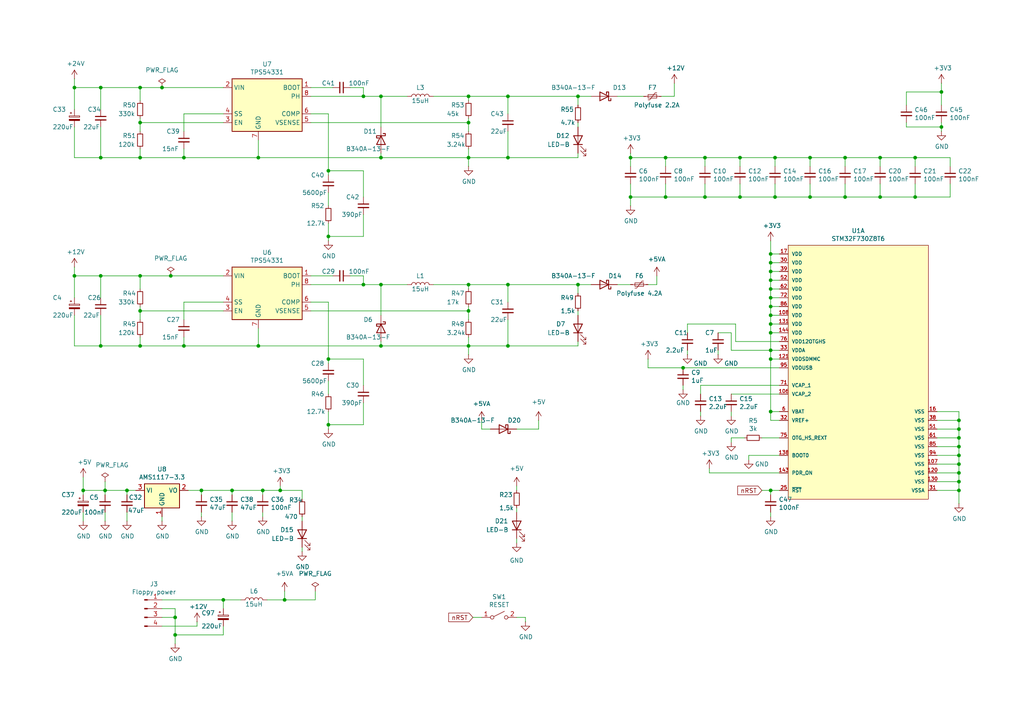
<source format=kicad_sch>
(kicad_sch
	(version 20231120)
	(generator "eeschema")
	(generator_version "8.0")
	(uuid "68f7174d-ce7a-41b4-89f8-dd7e3ded57a1")
	(paper "A4")
	(title_block
		(title "Greaseweazle F7 Lighting, USB PD")
		(date "2024-08-25")
		(rev "2.05")
		(company "SweProj.com")
	)
	
	(junction
		(at 110.49 82.55)
		(diameter 0)
		(color 0 0 0 0)
		(uuid "01c54577-6862-4ca7-bb55-524c2e995aee")
	)
	(junction
		(at 198.12 106.68)
		(diameter 0)
		(color 0 0 0 0)
		(uuid "06ae599d-ec2a-407f-bd24-54dd2d1d7ca4")
	)
	(junction
		(at 74.93 45.72)
		(diameter 0)
		(color 0 0 0 0)
		(uuid "06fb8a5e-69f3-44ca-bc88-4da9a1408625")
	)
	(junction
		(at 36.83 142.24)
		(diameter 0)
		(color 0 0 0 0)
		(uuid "12e57923-04d8-4ce5-aedf-97479dbb2991")
	)
	(junction
		(at 147.32 45.72)
		(diameter 0)
		(color 0 0 0 0)
		(uuid "1533b475-c834-40d3-ae2c-55eb46ae810f")
	)
	(junction
		(at 40.64 80.01)
		(diameter 0)
		(color 0 0 0 0)
		(uuid "17adff9d-c581-42e4-b552-035b922b5256")
	)
	(junction
		(at 167.64 82.55)
		(diameter 0)
		(color 0 0 0 0)
		(uuid "1b8d5810-67b5-41f5-a4e9-e6c2cc9fec50")
	)
	(junction
		(at 193.04 45.72)
		(diameter 0)
		(color 0 0 0 0)
		(uuid "1c7ec62e-d96c-4a0d-ac32-e919b90a3c5b")
	)
	(junction
		(at 81.28 142.24)
		(diameter 0)
		(color 0 0 0 0)
		(uuid "1d74f628-29d6-4f84-b15c-f2ee0db8aeab")
	)
	(junction
		(at 95.25 68.58)
		(diameter 0)
		(color 0 0 0 0)
		(uuid "1ebce183-d3ad-4022-b82e-9e0d8cd628db")
	)
	(junction
		(at 224.79 45.72)
		(diameter 0)
		(color 0 0 0 0)
		(uuid "207932d1-3fbf-4bd3-8ef6-a6601aaaae72")
	)
	(junction
		(at 135.89 27.94)
		(diameter 0)
		(color 0 0 0 0)
		(uuid "260f62f6-a6cf-45e0-9208-51504e701f69")
	)
	(junction
		(at 223.52 83.82)
		(diameter 0)
		(color 0 0 0 0)
		(uuid "2628b16a-8b1e-4398-be45-c147110e73bb")
	)
	(junction
		(at 234.95 45.72)
		(diameter 0)
		(color 0 0 0 0)
		(uuid "2f29ffe5-cbdc-4a3f-81e6-c7d9f4c5145a")
	)
	(junction
		(at 167.64 27.94)
		(diameter 0)
		(color 0 0 0 0)
		(uuid "33770b56-77ab-4a0c-a675-0ef4f02f8519")
	)
	(junction
		(at 223.52 86.36)
		(diameter 0)
		(color 0 0 0 0)
		(uuid "3497045f-d218-47c9-8fd1-2d0a39585aa6")
	)
	(junction
		(at 40.64 90.17)
		(diameter 0)
		(color 0 0 0 0)
		(uuid "35506831-8c22-45ab-9b57-69eb0f9ef003")
	)
	(junction
		(at 223.52 142.24)
		(diameter 0)
		(color 0 0 0 0)
		(uuid "3bdc61da-fd87-4d91-ae6a-f160ef1e6b25")
	)
	(junction
		(at 265.43 57.15)
		(diameter 0)
		(color 0 0 0 0)
		(uuid "3c19fda9-55de-469e-9693-2d8993bca106")
	)
	(junction
		(at 29.21 100.33)
		(diameter 0)
		(color 0 0 0 0)
		(uuid "414a1d4c-7afc-4ffa-8579-88675cedc4ce")
	)
	(junction
		(at 214.63 45.72)
		(diameter 0)
		(color 0 0 0 0)
		(uuid "4266f6dc-b108-467a-bc4a-756158b1a271")
	)
	(junction
		(at 105.41 27.94)
		(diameter 0)
		(color 0 0 0 0)
		(uuid "44c331f8-33e4-4ba1-bb1e-3071cc175bfd")
	)
	(junction
		(at 29.21 80.01)
		(diameter 0)
		(color 0 0 0 0)
		(uuid "44cd273f-f3a1-4b9a-83a6-972b276409e1")
	)
	(junction
		(at 255.27 57.15)
		(diameter 0)
		(color 0 0 0 0)
		(uuid "4687c479-536f-4d7c-9d3c-04c9b426c43c")
	)
	(junction
		(at 223.52 78.74)
		(diameter 0)
		(color 0 0 0 0)
		(uuid "481354ed-51b9-4db2-9835-781681979b4b")
	)
	(junction
		(at 82.55 173.99)
		(diameter 0)
		(color 0 0 0 0)
		(uuid "4858a626-c615-4c47-a614-2f1a76e6b13f")
	)
	(junction
		(at 265.43 45.72)
		(diameter 0)
		(color 0 0 0 0)
		(uuid "4e0c0da6-a302-49a1-8b88-4dccac856a0b")
	)
	(junction
		(at 21.59 80.01)
		(diameter 0)
		(color 0 0 0 0)
		(uuid "557d128f-cf69-4c70-9959-d139ac95c63c")
	)
	(junction
		(at 223.52 101.6)
		(diameter 0)
		(color 0 0 0 0)
		(uuid "56801e6d-c4ab-4f7b-8289-2119a52fa227")
	)
	(junction
		(at 204.47 45.72)
		(diameter 0)
		(color 0 0 0 0)
		(uuid "56b53988-7c92-40d8-a754-683f4429d93e")
	)
	(junction
		(at 135.89 82.55)
		(diameter 0)
		(color 0 0 0 0)
		(uuid "5a63aa46-8c18-43d5-8def-1c886562be17")
	)
	(junction
		(at 147.32 27.94)
		(diameter 0)
		(color 0 0 0 0)
		(uuid "5c652bfd-7025-48e8-86f2-beee7cb38bd7")
	)
	(junction
		(at 50.8 179.07)
		(diameter 0)
		(color 0 0 0 0)
		(uuid "5ea450c5-c799-4c49-a77b-90af3b812ea4")
	)
	(junction
		(at 95.25 104.14)
		(diameter 0)
		(color 0 0 0 0)
		(uuid "5f7505cc-53a6-463b-b397-33ff845b1ac0")
	)
	(junction
		(at 182.88 45.72)
		(diameter 0)
		(color 0 0 0 0)
		(uuid "60628c1f-f7b2-4a4b-be6f-62bc1a819432")
	)
	(junction
		(at 245.11 45.72)
		(diameter 0)
		(color 0 0 0 0)
		(uuid "6540157e-dd56-419f-8e12-b9f763e7e5a8")
	)
	(junction
		(at 214.63 57.15)
		(diameter 0)
		(color 0 0 0 0)
		(uuid "6597e724-ffad-43f1-9619-cca25cced87f")
	)
	(junction
		(at 58.42 142.24)
		(diameter 0)
		(color 0 0 0 0)
		(uuid "6a9e1afc-56ba-4859-b642-84caf4b8d598")
	)
	(junction
		(at 278.13 139.7)
		(diameter 0)
		(color 0 0 0 0)
		(uuid "6d401fdd-c1f6-4321-96c4-4843b6143be9")
	)
	(junction
		(at 105.41 82.55)
		(diameter 0)
		(color 0 0 0 0)
		(uuid "77cfe682-cc36-4979-823b-05ea5f187ba7")
	)
	(junction
		(at 49.53 80.01)
		(diameter 0)
		(color 0 0 0 0)
		(uuid "7c413acd-4980-469d-ab76-1200f761d768")
	)
	(junction
		(at 245.11 57.15)
		(diameter 0)
		(color 0 0 0 0)
		(uuid "7da6dd22-6820-4812-8b65-ceb1440c016d")
	)
	(junction
		(at 147.32 100.33)
		(diameter 0)
		(color 0 0 0 0)
		(uuid "802bd717-75a4-4efc-bdc3-ab512c6bce65")
	)
	(junction
		(at 46.99 25.4)
		(diameter 0)
		(color 0 0 0 0)
		(uuid "815137f8-37a3-45c9-b824-b8497cb4a699")
	)
	(junction
		(at 223.52 96.52)
		(diameter 0)
		(color 0 0 0 0)
		(uuid "83181dd0-bbcd-4a99-a5a2-7d6961abb51a")
	)
	(junction
		(at 29.21 25.4)
		(diameter 0)
		(color 0 0 0 0)
		(uuid "84daabe5-262d-44f3-8073-3a5eff98700f")
	)
	(junction
		(at 40.64 45.72)
		(diameter 0)
		(color 0 0 0 0)
		(uuid "84e64de5-2809-4251-a45b-2b46d2cc79df")
	)
	(junction
		(at 278.13 132.08)
		(diameter 0)
		(color 0 0 0 0)
		(uuid "88a7e34c-57e7-48ce-a358-6866b2c01d90")
	)
	(junction
		(at 95.25 123.19)
		(diameter 0)
		(color 0 0 0 0)
		(uuid "88e4f832-79d6-4c54-9ce3-4328dcb9d5b5")
	)
	(junction
		(at 147.32 82.55)
		(diameter 0)
		(color 0 0 0 0)
		(uuid "88ea0fe3-17bb-45bf-bf71-4da88c965186")
	)
	(junction
		(at 224.79 57.15)
		(diameter 0)
		(color 0 0 0 0)
		(uuid "895d5ca3-0e9a-421e-88ea-3017edd2db62")
	)
	(junction
		(at 223.52 81.28)
		(diameter 0)
		(color 0 0 0 0)
		(uuid "8cf4e6c7-f213-4dc6-a215-9a85d8791784")
	)
	(junction
		(at 223.52 91.44)
		(diameter 0)
		(color 0 0 0 0)
		(uuid "8dcf40e6-09a5-42e4-8b46-f4738540468d")
	)
	(junction
		(at 223.52 93.98)
		(diameter 0)
		(color 0 0 0 0)
		(uuid "90207e9d-650a-4c45-b7d5-e506cc85537d")
	)
	(junction
		(at 255.27 45.72)
		(diameter 0)
		(color 0 0 0 0)
		(uuid "914ccec4-572a-4ec0-b281-596368eea274")
	)
	(junction
		(at 135.89 35.56)
		(diameter 0)
		(color 0 0 0 0)
		(uuid "97972d9a-c8ac-431f-b1f4-0da8477b5639")
	)
	(junction
		(at 273.05 36.83)
		(diameter 0)
		(color 0 0 0 0)
		(uuid "9b774066-2c22-4032-af01-4291adb02340")
	)
	(junction
		(at 204.47 57.15)
		(diameter 0)
		(color 0 0 0 0)
		(uuid "9cab0c4e-2726-433f-a46f-c25156ae2489")
	)
	(junction
		(at 40.64 35.56)
		(diameter 0)
		(color 0 0 0 0)
		(uuid "9cd1ba63-2087-4000-a5a9-797dad78d993")
	)
	(junction
		(at 234.95 57.15)
		(diameter 0)
		(color 0 0 0 0)
		(uuid "9f5c7a80-7220-432e-865b-d1468e8a8d4c")
	)
	(junction
		(at 278.13 121.92)
		(diameter 0)
		(color 0 0 0 0)
		(uuid "a17368fb-646b-4ffd-9057-0994609f8a46")
	)
	(junction
		(at 21.59 25.4)
		(diameter 0)
		(color 0 0 0 0)
		(uuid "a3eaa329-1c23-49fc-9fb5-976de81b788e")
	)
	(junction
		(at 278.13 137.16)
		(diameter 0)
		(color 0 0 0 0)
		(uuid "a6d88d7d-92d8-4fc8-b103-7599e55f18c0")
	)
	(junction
		(at 29.21 45.72)
		(diameter 0)
		(color 0 0 0 0)
		(uuid "b034f82f-3ce9-4423-89ad-7ecf03d348d0")
	)
	(junction
		(at 50.8 184.15)
		(diameter 0)
		(color 0 0 0 0)
		(uuid "b365172c-71c7-4b5f-8ac8-fa4cd5afef21")
	)
	(junction
		(at 53.34 100.33)
		(diameter 0)
		(color 0 0 0 0)
		(uuid "b42a4498-7f71-4787-a0f1-b44423616ac9")
	)
	(junction
		(at 278.13 127)
		(diameter 0)
		(color 0 0 0 0)
		(uuid "b7013b78-ce5a-47df-9e6f-e993b6073985")
	)
	(junction
		(at 53.34 45.72)
		(diameter 0)
		(color 0 0 0 0)
		(uuid "b9272e8b-2d00-4d6b-ae8c-fd62ef331586")
	)
	(junction
		(at 110.49 100.33)
		(diameter 0)
		(color 0 0 0 0)
		(uuid "bb7f3caf-4343-4dcb-b7b2-5479c850c4a2")
	)
	(junction
		(at 30.48 142.24)
		(diameter 0)
		(color 0 0 0 0)
		(uuid "c17ad916-21bb-4677-b8ab-190f905f0beb")
	)
	(junction
		(at 278.13 124.46)
		(diameter 0)
		(color 0 0 0 0)
		(uuid "c78d97f4-1d1b-46c3-bcbb-8424944a8978")
	)
	(junction
		(at 40.64 25.4)
		(diameter 0)
		(color 0 0 0 0)
		(uuid "c837798c-83c8-4e02-b288-fa03714cab74")
	)
	(junction
		(at 135.89 100.33)
		(diameter 0)
		(color 0 0 0 0)
		(uuid "c9863f4f-bdf5-49f4-b18e-dce622ff9931")
	)
	(junction
		(at 223.52 73.66)
		(diameter 0)
		(color 0 0 0 0)
		(uuid "cec22d4a-eda3-4d50-8609-c3a123c120be")
	)
	(junction
		(at 223.52 119.38)
		(diameter 0)
		(color 0 0 0 0)
		(uuid "cf06bbbc-3fa0-42b7-9a99-642ec3689891")
	)
	(junction
		(at 193.04 57.15)
		(diameter 0)
		(color 0 0 0 0)
		(uuid "d316b729-072f-4d15-a495-cbeb8407aea0")
	)
	(junction
		(at 223.52 76.2)
		(diameter 0)
		(color 0 0 0 0)
		(uuid "da7eee34-4516-4154-9034-7c9b8e2afe41")
	)
	(junction
		(at 273.05 26.67)
		(diameter 0)
		(color 0 0 0 0)
		(uuid "ddfa4cf0-3486-4284-897b-3a9e51f271d9")
	)
	(junction
		(at 95.25 49.53)
		(diameter 0)
		(color 0 0 0 0)
		(uuid "e02b47af-92a8-4b6e-841f-f88d0fa73eb7")
	)
	(junction
		(at 278.13 129.54)
		(diameter 0)
		(color 0 0 0 0)
		(uuid "e0660a46-ff2a-4b28-b311-cf71bc999b82")
	)
	(junction
		(at 110.49 27.94)
		(diameter 0)
		(color 0 0 0 0)
		(uuid "e208ea3a-d990-4992-b395-c95b18b77f83")
	)
	(junction
		(at 67.31 142.24)
		(diameter 0)
		(color 0 0 0 0)
		(uuid "e59708a7-aa49-44fb-8c15-663768b0058e")
	)
	(junction
		(at 182.88 57.15)
		(diameter 0)
		(color 0 0 0 0)
		(uuid "e73ef891-c9f9-42ab-894b-b2580ee0b0a1")
	)
	(junction
		(at 76.2 142.24)
		(diameter 0)
		(color 0 0 0 0)
		(uuid "eb43ca25-4d68-40a4-98c7-2e1932cda240")
	)
	(junction
		(at 24.13 142.24)
		(diameter 0)
		(color 0 0 0 0)
		(uuid "edef1f9d-a0a7-41cf-9bc3-fb1b0b5cc1aa")
	)
	(junction
		(at 40.64 100.33)
		(diameter 0)
		(color 0 0 0 0)
		(uuid "f0e6fae4-0008-43ed-8719-bf62839f601f")
	)
	(junction
		(at 64.77 173.99)
		(diameter 0)
		(color 0 0 0 0)
		(uuid "f2a7be95-c2c5-4cae-8bfd-c7284e2af0d9")
	)
	(junction
		(at 110.49 45.72)
		(diameter 0)
		(color 0 0 0 0)
		(uuid "f3642676-ce32-431a-adfa-a8e750bc449d")
	)
	(junction
		(at 278.13 134.62)
		(diameter 0)
		(color 0 0 0 0)
		(uuid "f5a54919-b960-48fc-8517-e9e32dce0bf0")
	)
	(junction
		(at 223.52 104.14)
		(diameter 0)
		(color 0 0 0 0)
		(uuid "f83c7689-506f-4228-94dd-e1c4dd714e67")
	)
	(junction
		(at 135.89 90.17)
		(diameter 0)
		(color 0 0 0 0)
		(uuid "f89b1d5e-28c8-498c-b199-7acbd8607540")
	)
	(junction
		(at 135.89 45.72)
		(diameter 0)
		(color 0 0 0 0)
		(uuid "f9c966ae-23e4-43cd-95e1-ebb675260935")
	)
	(junction
		(at 74.93 100.33)
		(diameter 0)
		(color 0 0 0 0)
		(uuid "fda94f0a-876e-4bf0-ad10-35819851e3e9")
	)
	(junction
		(at 223.52 88.9)
		(diameter 0)
		(color 0 0 0 0)
		(uuid "fdd41a68-206a-4076-b64a-8b7633d428d6")
	)
	(junction
		(at 278.13 142.24)
		(diameter 0)
		(color 0 0 0 0)
		(uuid "fe2b05f5-675b-44d0-956c-c5829b7c692a")
	)
	(wire
		(pts
			(xy 21.59 25.4) (xy 29.21 25.4)
		)
		(stroke
			(width 0)
			(type default)
		)
		(uuid "00185541-0a55-4e62-91d8-99e7a7720d36")
	)
	(wire
		(pts
			(xy 255.27 57.15) (xy 265.43 57.15)
		)
		(stroke
			(width 0)
			(type default)
		)
		(uuid "00627221-b0fd-448e-b5a6-250d249697c2")
	)
	(wire
		(pts
			(xy 205.74 137.16) (xy 205.74 135.89)
		)
		(stroke
			(width 0)
			(type default)
		)
		(uuid "01caafb3-af8a-4642-870c-c290b286d040")
	)
	(wire
		(pts
			(xy 212.09 127) (xy 215.9 127)
		)
		(stroke
			(width 0)
			(type default)
		)
		(uuid "037a257a-ceb2-409c-ab24-48a743172dae")
	)
	(wire
		(pts
			(xy 24.13 148.59) (xy 24.13 151.13)
		)
		(stroke
			(width 0)
			(type default)
		)
		(uuid "0532545e-b54c-41a7-bbf3-232956961e90")
	)
	(wire
		(pts
			(xy 74.93 100.33) (xy 110.49 100.33)
		)
		(stroke
			(width 0)
			(type default)
		)
		(uuid "059f4155-bed3-4fb2-9baa-d569f31b7e5d")
	)
	(wire
		(pts
			(xy 223.52 76.2) (xy 223.52 78.74)
		)
		(stroke
			(width 0)
			(type default)
		)
		(uuid "05c4a04b-0442-4e18-9747-3d9fc4a562fe")
	)
	(wire
		(pts
			(xy 198.12 111.76) (xy 198.12 113.03)
		)
		(stroke
			(width 0)
			(type default)
		)
		(uuid "077985bd-c8a6-43b8-af30-1141a8334306")
	)
	(wire
		(pts
			(xy 187.96 104.14) (xy 187.96 106.68)
		)
		(stroke
			(width 0)
			(type default)
		)
		(uuid "0802db4c-2860-45bc-962c-93fc28b2d15c")
	)
	(wire
		(pts
			(xy 90.17 35.56) (xy 135.89 35.56)
		)
		(stroke
			(width 0)
			(type default)
		)
		(uuid "09433d97-62ec-42de-89f2-7d0b68dc1b9d")
	)
	(wire
		(pts
			(xy 40.64 90.17) (xy 64.77 90.17)
		)
		(stroke
			(width 0)
			(type default)
		)
		(uuid "0a52fedd-967a-423d-aaaf-3875f20f935b")
	)
	(wire
		(pts
			(xy 224.79 45.72) (xy 234.95 45.72)
		)
		(stroke
			(width 0)
			(type default)
		)
		(uuid "0ba3fcf8-07bd-443d-be28-f69a4ad80df4")
	)
	(wire
		(pts
			(xy 30.48 142.24) (xy 36.83 142.24)
		)
		(stroke
			(width 0)
			(type default)
		)
		(uuid "0c2e10fa-52de-44a3-bc03-34b9485034cc")
	)
	(wire
		(pts
			(xy 226.06 101.6) (xy 223.52 101.6)
		)
		(stroke
			(width 0)
			(type default)
		)
		(uuid "0c345fc5-964b-48c0-9452-55507c868edc")
	)
	(wire
		(pts
			(xy 214.63 57.15) (xy 224.79 57.15)
		)
		(stroke
			(width 0)
			(type default)
		)
		(uuid "0d7333ca-0587-43cb-9af7-f59016c85820")
	)
	(wire
		(pts
			(xy 21.59 80.01) (xy 29.21 80.01)
		)
		(stroke
			(width 0)
			(type default)
		)
		(uuid "0dcb5ab5-f291-489d-b2bc-0f0b25b801ee")
	)
	(wire
		(pts
			(xy 135.89 35.56) (xy 135.89 34.29)
		)
		(stroke
			(width 0)
			(type default)
		)
		(uuid "0e11718f-21aa-474d-9bf4-88d875870740")
	)
	(wire
		(pts
			(xy 110.49 27.94) (xy 118.11 27.94)
		)
		(stroke
			(width 0)
			(type default)
		)
		(uuid "0e852933-f119-4b7f-a503-b829e02656a9")
	)
	(wire
		(pts
			(xy 217.17 132.08) (xy 217.17 133.35)
		)
		(stroke
			(width 0)
			(type default)
		)
		(uuid "0f6b89db-12ed-4dac-b3ce-819a49798117")
	)
	(wire
		(pts
			(xy 95.25 49.53) (xy 105.41 49.53)
		)
		(stroke
			(width 0)
			(type default)
		)
		(uuid "10df6e07-cc84-4b25-a71b-19a35b4b40da")
	)
	(wire
		(pts
			(xy 21.59 77.47) (xy 21.59 80.01)
		)
		(stroke
			(width 0)
			(type default)
		)
		(uuid "10e5ae6d-e43e-4ff8-abc5-fd9df16782da")
	)
	(wire
		(pts
			(xy 21.59 36.83) (xy 21.59 45.72)
		)
		(stroke
			(width 0)
			(type default)
		)
		(uuid "128a7556-cb3d-406d-b84d-6d9efc7f9ed8")
	)
	(wire
		(pts
			(xy 135.89 90.17) (xy 135.89 88.9)
		)
		(stroke
			(width 0)
			(type default)
		)
		(uuid "12c9f3e1-9431-42f8-b6f8-fb6fd35fc1cb")
	)
	(wire
		(pts
			(xy 271.78 129.54) (xy 278.13 129.54)
		)
		(stroke
			(width 0)
			(type default)
		)
		(uuid "1354903a-b7d2-4e04-b220-6c6c8f058ef7")
	)
	(wire
		(pts
			(xy 29.21 25.4) (xy 40.64 25.4)
		)
		(stroke
			(width 0)
			(type default)
		)
		(uuid "1416f46f-efcf-4c99-81af-d39cf81f2652")
	)
	(wire
		(pts
			(xy 167.64 45.72) (xy 167.64 44.45)
		)
		(stroke
			(width 0)
			(type default)
		)
		(uuid "198642f2-8db4-475b-ac24-9da65c994a3a")
	)
	(wire
		(pts
			(xy 36.83 142.24) (xy 36.83 143.51)
		)
		(stroke
			(width 0)
			(type default)
		)
		(uuid "1ab9aa49-882b-4ed2-96ff-1a86d585ce05")
	)
	(wire
		(pts
			(xy 149.86 140.97) (xy 149.86 142.24)
		)
		(stroke
			(width 0)
			(type default)
		)
		(uuid "1b716d9a-7437-4cc1-b8ae-a18487edbfb3")
	)
	(wire
		(pts
			(xy 193.04 57.15) (xy 204.47 57.15)
		)
		(stroke
			(width 0)
			(type default)
		)
		(uuid "1ba3e338-9465-4844-8361-6715d7885c15")
	)
	(wire
		(pts
			(xy 223.52 78.74) (xy 223.52 81.28)
		)
		(stroke
			(width 0)
			(type default)
		)
		(uuid "1c4dfe58-85b1-467f-8e9d-bdb7a0d0ca8e")
	)
	(wire
		(pts
			(xy 271.78 127) (xy 278.13 127)
		)
		(stroke
			(width 0)
			(type default)
		)
		(uuid "1c57f8a5-0a6c-44cd-b514-5b9d5f8cc98b")
	)
	(wire
		(pts
			(xy 199.39 101.6) (xy 199.39 102.87)
		)
		(stroke
			(width 0)
			(type default)
		)
		(uuid "1cd08355-701e-4fba-886f-d48517dcccf5")
	)
	(wire
		(pts
			(xy 204.47 45.72) (xy 214.63 45.72)
		)
		(stroke
			(width 0)
			(type default)
		)
		(uuid "2056f16f-2d4a-4f35-8a56-49ab69eeef16")
	)
	(wire
		(pts
			(xy 214.63 48.26) (xy 214.63 45.72)
		)
		(stroke
			(width 0)
			(type default)
		)
		(uuid "21c9358c-c2dd-4df5-9cfe-ea9bd0b49374")
	)
	(wire
		(pts
			(xy 135.89 45.72) (xy 135.89 43.18)
		)
		(stroke
			(width 0)
			(type default)
		)
		(uuid "22312754-c8c2-4400-b598-394e06b2be81")
	)
	(wire
		(pts
			(xy 278.13 142.24) (xy 278.13 146.05)
		)
		(stroke
			(width 0)
			(type default)
		)
		(uuid "224e8890-cdee-45fd-bd2e-64fe49c2de75")
	)
	(wire
		(pts
			(xy 90.17 80.01) (xy 96.52 80.01)
		)
		(stroke
			(width 0)
			(type default)
		)
		(uuid "2276bf47-b441-4aa2-ba22-8213875ce0ee")
	)
	(wire
		(pts
			(xy 76.2 143.51) (xy 76.2 142.24)
		)
		(stroke
			(width 0)
			(type default)
		)
		(uuid "2471afde-423c-4d7c-b400-51c1e438643f")
	)
	(wire
		(pts
			(xy 204.47 57.15) (xy 214.63 57.15)
		)
		(stroke
			(width 0)
			(type default)
		)
		(uuid "2571f4c8-d7fc-4e8c-94df-f480e56bb717")
	)
	(wire
		(pts
			(xy 203.2 119.38) (xy 203.2 120.65)
		)
		(stroke
			(width 0)
			(type default)
		)
		(uuid "2a507df7-40c5-4523-b0fd-269cea55efb9")
	)
	(wire
		(pts
			(xy 90.17 27.94) (xy 105.41 27.94)
		)
		(stroke
			(width 0)
			(type default)
		)
		(uuid "2aabebab-10c6-4637-946b-cda31980f550")
	)
	(wire
		(pts
			(xy 101.6 80.01) (xy 105.41 80.01)
		)
		(stroke
			(width 0)
			(type default)
		)
		(uuid "2af1d271-3c6a-476d-8eba-6b2aab466da3")
	)
	(wire
		(pts
			(xy 223.52 86.36) (xy 226.06 86.36)
		)
		(stroke
			(width 0)
			(type default)
		)
		(uuid "2b1a1d99-4ea2-4cae-846a-5609aadc4265")
	)
	(wire
		(pts
			(xy 278.13 132.08) (xy 278.13 134.62)
		)
		(stroke
			(width 0)
			(type default)
		)
		(uuid "2b878984-ad62-40d5-87be-d30f465ae2b3")
	)
	(wire
		(pts
			(xy 40.64 45.72) (xy 40.64 43.18)
		)
		(stroke
			(width 0)
			(type default)
		)
		(uuid "2c3d5c2f-c119-4276-9b7e-33808f1d9396")
	)
	(wire
		(pts
			(xy 147.32 45.72) (xy 147.32 38.1)
		)
		(stroke
			(width 0)
			(type default)
		)
		(uuid "2d4ba971-ddd9-4f08-ae0a-4bc49faa5143")
	)
	(wire
		(pts
			(xy 224.79 57.15) (xy 234.95 57.15)
		)
		(stroke
			(width 0)
			(type default)
		)
		(uuid "2f122013-8dbc-4371-941a-b52e2115db20")
	)
	(wire
		(pts
			(xy 214.63 45.72) (xy 224.79 45.72)
		)
		(stroke
			(width 0)
			(type default)
		)
		(uuid "2f8ebbbf-0f11-4a15-9648-1d28e5593127")
	)
	(wire
		(pts
			(xy 21.59 80.01) (xy 21.59 86.36)
		)
		(stroke
			(width 0)
			(type default)
		)
		(uuid "30b75c25-1d2c-45e7-83e2-bb3be98f8f83")
	)
	(wire
		(pts
			(xy 245.11 45.72) (xy 255.27 45.72)
		)
		(stroke
			(width 0)
			(type default)
		)
		(uuid "31b8e579-7afa-4dee-9f20-b2fefaae3c16")
	)
	(wire
		(pts
			(xy 271.78 121.92) (xy 278.13 121.92)
		)
		(stroke
			(width 0)
			(type default)
		)
		(uuid "335263d3-7e35-4a9c-83c2-cd71d45f0688")
	)
	(wire
		(pts
			(xy 147.32 82.55) (xy 147.32 87.63)
		)
		(stroke
			(width 0)
			(type default)
		)
		(uuid "338b7824-6fa7-42ef-b79a-c6dc90689f4e")
	)
	(wire
		(pts
			(xy 271.78 124.46) (xy 278.13 124.46)
		)
		(stroke
			(width 0)
			(type default)
		)
		(uuid "33b48673-c959-4510-b6fa-fd3f7bdb00fd")
	)
	(wire
		(pts
			(xy 182.88 53.34) (xy 182.88 57.15)
		)
		(stroke
			(width 0)
			(type default)
		)
		(uuid "33e40dd5-556d-4de0-ab08-235c61b7ba9f")
	)
	(wire
		(pts
			(xy 147.32 27.94) (xy 167.64 27.94)
		)
		(stroke
			(width 0)
			(type default)
		)
		(uuid "33ef82c8-b659-42b6-9429-5436a00e7b54")
	)
	(wire
		(pts
			(xy 57.15 181.61) (xy 57.15 180.34)
		)
		(stroke
			(width 0)
			(type default)
		)
		(uuid "3520b9bf-2dfc-4868-a650-86ff98682e83")
	)
	(wire
		(pts
			(xy 262.89 35.56) (xy 262.89 36.83)
		)
		(stroke
			(width 0)
			(type default)
		)
		(uuid "3581de8b-daeb-467a-8039-51714599e4ba")
	)
	(wire
		(pts
			(xy 40.64 100.33) (xy 40.64 97.79)
		)
		(stroke
			(width 0)
			(type default)
		)
		(uuid "373b5b59-9fbb-41a2-845d-56a1ed5a82dd")
	)
	(wire
		(pts
			(xy 74.93 40.64) (xy 74.93 45.72)
		)
		(stroke
			(width 0)
			(type default)
		)
		(uuid "38c40dcc-c1da-4f6f-a147-01497313c7b0")
	)
	(wire
		(pts
			(xy 182.88 44.45) (xy 182.88 45.72)
		)
		(stroke
			(width 0)
			(type default)
		)
		(uuid "3a274653-eff3-4ffe-9be8-2bfd0950af0a")
	)
	(wire
		(pts
			(xy 182.88 57.15) (xy 193.04 57.15)
		)
		(stroke
			(width 0)
			(type default)
		)
		(uuid "3a568413-17bd-4a87-b1ac-928e77fa1b6a")
	)
	(wire
		(pts
			(xy 135.89 35.56) (xy 135.89 38.1)
		)
		(stroke
			(width 0)
			(type default)
		)
		(uuid "3afae848-3ba1-40f3-a73d-cfa98c2ff8b2")
	)
	(wire
		(pts
			(xy 135.89 45.72) (xy 147.32 45.72)
		)
		(stroke
			(width 0)
			(type default)
		)
		(uuid "3b199d04-ad2b-4bc0-b66c-8629e7796fdd")
	)
	(wire
		(pts
			(xy 234.95 48.26) (xy 234.95 45.72)
		)
		(stroke
			(width 0)
			(type default)
		)
		(uuid "3ba59656-e36e-4caa-8957-90ed8686b3d3")
	)
	(wire
		(pts
			(xy 223.52 86.36) (xy 223.52 88.9)
		)
		(stroke
			(width 0)
			(type default)
		)
		(uuid "3bc24d10-b3eb-4abe-836d-a8521ccc4341")
	)
	(wire
		(pts
			(xy 199.39 96.52) (xy 199.39 93.98)
		)
		(stroke
			(width 0)
			(type default)
		)
		(uuid "3c3e78d8-62d7-4020-ae7c-c489234b27d5")
	)
	(wire
		(pts
			(xy 223.52 83.82) (xy 226.06 83.82)
		)
		(stroke
			(width 0)
			(type default)
		)
		(uuid "3cf0233f-86e3-4b85-ad75-fb8a46f37498")
	)
	(wire
		(pts
			(xy 135.89 82.55) (xy 147.32 82.55)
		)
		(stroke
			(width 0)
			(type default)
		)
		(uuid "3d0a8609-a059-4734-b988-da00f509164d")
	)
	(wire
		(pts
			(xy 105.41 25.4) (xy 105.41 27.94)
		)
		(stroke
			(width 0)
			(type default)
		)
		(uuid "3eee2221-7af9-4d6a-ba79-a48c3fd1ac35")
	)
	(wire
		(pts
			(xy 53.34 92.71) (xy 53.34 87.63)
		)
		(stroke
			(width 0)
			(type default)
		)
		(uuid "3f0c3fb9-57f0-4439-b2df-3c934842d7db")
	)
	(wire
		(pts
			(xy 135.89 100.33) (xy 135.89 102.87)
		)
		(stroke
			(width 0)
			(type default)
		)
		(uuid "407d0cd8-54f8-47a8-90cb-42c8a441d04f")
	)
	(wire
		(pts
			(xy 81.28 142.24) (xy 87.63 142.24)
		)
		(stroke
			(width 0)
			(type default)
		)
		(uuid "40b36f1e-7b7b-45d8-a552-9e7260b59cd2")
	)
	(wire
		(pts
			(xy 40.64 35.56) (xy 40.64 38.1)
		)
		(stroke
			(width 0)
			(type default)
		)
		(uuid "41e442c4-3daa-4776-bd79-7990c939b354")
	)
	(wire
		(pts
			(xy 76.2 148.59) (xy 76.2 149.86)
		)
		(stroke
			(width 0)
			(type default)
		)
		(uuid "4275c2b3-59e7-409d-ae75-26ae06cb35e2")
	)
	(wire
		(pts
			(xy 90.17 33.02) (xy 95.25 33.02)
		)
		(stroke
			(width 0)
			(type default)
		)
		(uuid "42795956-f125-4166-860d-4316fe3791b8")
	)
	(wire
		(pts
			(xy 147.32 100.33) (xy 147.32 92.71)
		)
		(stroke
			(width 0)
			(type default)
		)
		(uuid "45fc93ca-f8ba-48a8-9189-1c9886475cd3")
	)
	(wire
		(pts
			(xy 271.78 142.24) (xy 278.13 142.24)
		)
		(stroke
			(width 0)
			(type default)
		)
		(uuid "4612f9f0-1343-4ba7-94dd-7d3e9fc08dad")
	)
	(wire
		(pts
			(xy 40.64 35.56) (xy 40.64 34.29)
		)
		(stroke
			(width 0)
			(type default)
		)
		(uuid "46255620-16a2-4e81-9e4a-58dddcf89388")
	)
	(wire
		(pts
			(xy 245.11 57.15) (xy 255.27 57.15)
		)
		(stroke
			(width 0)
			(type default)
		)
		(uuid "47890384-6eaa-420c-b9ae-e68a6a7f17b5")
	)
	(wire
		(pts
			(xy 64.77 173.99) (xy 64.77 176.53)
		)
		(stroke
			(width 0)
			(type default)
		)
		(uuid "4979d133-442b-412f-ac63-01f623764e01")
	)
	(wire
		(pts
			(xy 278.13 129.54) (xy 278.13 132.08)
		)
		(stroke
			(width 0)
			(type default)
		)
		(uuid "4a56ac62-5ec2-46fc-a86c-9adf2d8fead1")
	)
	(wire
		(pts
			(xy 278.13 139.7) (xy 278.13 142.24)
		)
		(stroke
			(width 0)
			(type default)
		)
		(uuid "4b3cefd2-e7d7-4d25-8bb9-37548c3e8b03")
	)
	(wire
		(pts
			(xy 95.25 68.58) (xy 95.25 69.85)
		)
		(stroke
			(width 0)
			(type default)
		)
		(uuid "4c77837f-2440-4b7b-8e7e-430f981c7c04")
	)
	(wire
		(pts
			(xy 40.64 90.17) (xy 40.64 88.9)
		)
		(stroke
			(width 0)
			(type default)
		)
		(uuid "4de018aa-33f9-4679-9406-fafd70ff0142")
	)
	(wire
		(pts
			(xy 212.09 101.6) (xy 223.52 101.6)
		)
		(stroke
			(width 0)
			(type default)
		)
		(uuid "4ff71e44-dddb-450e-9f6f-fe3947968fd4")
	)
	(wire
		(pts
			(xy 29.21 100.33) (xy 29.21 91.44)
		)
		(stroke
			(width 0)
			(type default)
		)
		(uuid "504cb9e4-5572-4208-bc9d-30a7efff8b9a")
	)
	(wire
		(pts
			(xy 220.98 142.24) (xy 223.52 142.24)
		)
		(stroke
			(width 0)
			(type default)
		)
		(uuid "505c1d3e-8ca5-438e-9eae-18483f12882c")
	)
	(wire
		(pts
			(xy 46.99 181.61) (xy 57.15 181.61)
		)
		(stroke
			(width 0)
			(type default)
		)
		(uuid "506110af-ac51-4501-bfa6-1552a848d599")
	)
	(wire
		(pts
			(xy 53.34 45.72) (xy 40.64 45.72)
		)
		(stroke
			(width 0)
			(type default)
		)
		(uuid "50cd7dd2-4ee6-4ead-a8d7-6798eb55f8db")
	)
	(wire
		(pts
			(xy 105.41 104.14) (xy 105.41 111.76)
		)
		(stroke
			(width 0)
			(type default)
		)
		(uuid "5125c4d9-cf5c-4fe5-9dc8-c939e40fcd6f")
	)
	(wire
		(pts
			(xy 110.49 27.94) (xy 110.49 36.83)
		)
		(stroke
			(width 0)
			(type default)
		)
		(uuid "53548090-4b36-44b5-9ef5-2fa214b2fbf4")
	)
	(wire
		(pts
			(xy 46.99 25.4) (xy 64.77 25.4)
		)
		(stroke
			(width 0)
			(type default)
		)
		(uuid "53f9ab78-8fd2-45f8-9537-0c1630b2861a")
	)
	(wire
		(pts
			(xy 110.49 99.06) (xy 110.49 100.33)
		)
		(stroke
			(width 0)
			(type default)
		)
		(uuid "55b28997-b330-40d1-b32a-125cd071668d")
	)
	(wire
		(pts
			(xy 40.64 80.01) (xy 49.53 80.01)
		)
		(stroke
			(width 0)
			(type default)
		)
		(uuid "5684e95c-6824-46cf-8e72-881178a51d31")
	)
	(wire
		(pts
			(xy 220.98 127) (xy 226.06 127)
		)
		(stroke
			(width 0)
			(type default)
		)
		(uuid "57e17378-f1f7-42d0-9ad3-fb44c2d5cdc3")
	)
	(wire
		(pts
			(xy 95.25 104.14) (xy 105.41 104.14)
		)
		(stroke
			(width 0)
			(type default)
		)
		(uuid "58728297-c362-4c70-a751-4d60ffa81b1a")
	)
	(wire
		(pts
			(xy 226.06 119.38) (xy 223.52 119.38)
		)
		(stroke
			(width 0)
			(type default)
		)
		(uuid "58c4b7f1-3bfe-4269-af43-3ce726a108d9")
	)
	(wire
		(pts
			(xy 223.52 83.82) (xy 223.52 86.36)
		)
		(stroke
			(width 0)
			(type default)
		)
		(uuid "594594ee-9de8-45bc-b621-a9251877b0c2")
	)
	(wire
		(pts
			(xy 110.49 82.55) (xy 110.49 91.44)
		)
		(stroke
			(width 0)
			(type default)
		)
		(uuid "5aa1c642-a9f0-4211-8572-3a7e8453422e")
	)
	(wire
		(pts
			(xy 125.73 82.55) (xy 135.89 82.55)
		)
		(stroke
			(width 0)
			(type default)
		)
		(uuid "5c9202d7-6a93-43b3-87c0-77347fd72885")
	)
	(wire
		(pts
			(xy 21.59 91.44) (xy 21.59 100.33)
		)
		(stroke
			(width 0)
			(type default)
		)
		(uuid "5daf2c3c-7702-4a59-b99d-84464c054bc4")
	)
	(wire
		(pts
			(xy 149.86 179.07) (xy 152.4 179.07)
		)
		(stroke
			(width 0)
			(type default)
		)
		(uuid "5ecea6c7-cbcd-4340-9db8-55b54a886e1e")
	)
	(wire
		(pts
			(xy 213.36 99.06) (xy 226.06 99.06)
		)
		(stroke
			(width 0)
			(type default)
		)
		(uuid "5ed637ac-40ac-434c-a406-609e25d3658d")
	)
	(wire
		(pts
			(xy 40.64 45.72) (xy 29.21 45.72)
		)
		(stroke
			(width 0)
			(type default)
		)
		(uuid "5f4676ff-2597-415d-a32e-98d53038f432")
	)
	(wire
		(pts
			(xy 167.64 82.55) (xy 167.64 85.09)
		)
		(stroke
			(width 0)
			(type default)
		)
		(uuid "60ca4740-3009-4486-93d6-c2502818122b")
	)
	(wire
		(pts
			(xy 95.25 104.14) (xy 95.25 105.41)
		)
		(stroke
			(width 0)
			(type default)
		)
		(uuid "60fc0348-15d2-462c-9b87-dbb507b8717b")
	)
	(wire
		(pts
			(xy 167.64 35.56) (xy 167.64 36.83)
		)
		(stroke
			(width 0)
			(type default)
		)
		(uuid "61415144-ce8f-483a-82b7-e2e320f7f0b4")
	)
	(wire
		(pts
			(xy 234.95 53.34) (xy 234.95 57.15)
		)
		(stroke
			(width 0)
			(type default)
		)
		(uuid "62c6f8ce-78e5-4ab3-bb01-2fcb0df87aa6")
	)
	(wire
		(pts
			(xy 149.86 157.48) (xy 149.86 156.21)
		)
		(stroke
			(width 0)
			(type default)
		)
		(uuid "633184ac-d7fc-4412-b38a-8ca5e84ee37b")
	)
	(wire
		(pts
			(xy 223.52 91.44) (xy 223.52 93.98)
		)
		(stroke
			(width 0)
			(type default)
		)
		(uuid "6476e233-d260-45fe-84d2-9ade7d0003a0")
	)
	(wire
		(pts
			(xy 191.77 27.94) (xy 195.58 27.94)
		)
		(stroke
			(width 0)
			(type default)
		)
		(uuid "6505825f-43ee-4fb8-b546-c0b2310ed040")
	)
	(wire
		(pts
			(xy 95.25 49.53) (xy 95.25 50.8)
		)
		(stroke
			(width 0)
			(type default)
		)
		(uuid "65908b01-f0a0-46e1-84f2-bf49d46af2a7")
	)
	(wire
		(pts
			(xy 67.31 148.59) (xy 67.31 151.13)
		)
		(stroke
			(width 0)
			(type default)
		)
		(uuid "66ffce67-f0f7-408e-94df-27fedd4af3af")
	)
	(wire
		(pts
			(xy 149.86 124.46) (xy 156.21 124.46)
		)
		(stroke
			(width 0)
			(type default)
		)
		(uuid "6939e337-0b9e-4cab-a411-393c60f50a5a")
	)
	(wire
		(pts
			(xy 223.52 76.2) (xy 226.06 76.2)
		)
		(stroke
			(width 0)
			(type default)
		)
		(uuid "6a5b3eea-de35-4a54-8316-e56ea2a634e4")
	)
	(wire
		(pts
			(xy 87.63 142.24) (xy 87.63 144.78)
		)
		(stroke
			(width 0)
			(type default)
		)
		(uuid "6b29e1ff-7523-4a08-b1ac-3b072d6b21fd")
	)
	(wire
		(pts
			(xy 50.8 176.53) (xy 50.8 179.07)
		)
		(stroke
			(width 0)
			(type default)
		)
		(uuid "6e23d37a-3804-4cb0-9f56-ede150eedda5")
	)
	(wire
		(pts
			(xy 135.89 100.33) (xy 135.89 97.79)
		)
		(stroke
			(width 0)
			(type default)
		)
		(uuid "6fb8126a-bcf3-40a3-924c-e2fbe8dba36a")
	)
	(wire
		(pts
			(xy 187.96 106.68) (xy 198.12 106.68)
		)
		(stroke
			(width 0)
			(type default)
		)
		(uuid "7215042a-d8ae-4cf3-807a-41063b39bed6")
	)
	(wire
		(pts
			(xy 40.64 100.33) (xy 29.21 100.33)
		)
		(stroke
			(width 0)
			(type default)
		)
		(uuid "72e9c34a-4fbc-4581-8ad2-e93bc3c3ccb0")
	)
	(wire
		(pts
			(xy 46.99 179.07) (xy 50.8 179.07)
		)
		(stroke
			(width 0)
			(type default)
		)
		(uuid "730780c7-40bd-484b-b640-ae047209b478")
	)
	(wire
		(pts
			(xy 76.2 142.24) (xy 81.28 142.24)
		)
		(stroke
			(width 0)
			(type default)
		)
		(uuid "731aea1e-3e92-458c-8eee-7dde79352436")
	)
	(wire
		(pts
			(xy 36.83 142.24) (xy 39.37 142.24)
		)
		(stroke
			(width 0)
			(type default)
		)
		(uuid "73793b46-eded-4375-8edb-7a157f90b1c3")
	)
	(wire
		(pts
			(xy 226.06 137.16) (xy 205.74 137.16)
		)
		(stroke
			(width 0)
			(type default)
		)
		(uuid "74d2d2c1-d0d5-412f-ab06-bb67df0a3900")
	)
	(wire
		(pts
			(xy 40.64 25.4) (xy 46.99 25.4)
		)
		(stroke
			(width 0)
			(type default)
		)
		(uuid "755d3d18-6013-47c4-9133-c783ae2db259")
	)
	(wire
		(pts
			(xy 208.28 101.6) (xy 208.28 102.87)
		)
		(stroke
			(width 0)
			(type default)
		)
		(uuid "75f982a1-6ab8-4209-a4a8-58e41c3ce9c1")
	)
	(wire
		(pts
			(xy 50.8 184.15) (xy 64.77 184.15)
		)
		(stroke
			(width 0)
			(type default)
		)
		(uuid "76128f25-d168-4ed5-875a-6c6455a35d4f")
	)
	(wire
		(pts
			(xy 223.52 81.28) (xy 223.52 83.82)
		)
		(stroke
			(width 0)
			(type default)
		)
		(uuid "77121855-7958-40c5-81ca-b386a811e84c")
	)
	(wire
		(pts
			(xy 271.78 137.16) (xy 278.13 137.16)
		)
		(stroke
			(width 0)
			(type default)
		)
		(uuid "773bdc81-beec-4a4b-9485-1c1dd15c6e5a")
	)
	(wire
		(pts
			(xy 49.53 80.01) (xy 64.77 80.01)
		)
		(stroke
			(width 0)
			(type default)
		)
		(uuid "784959bf-d198-4c95-8bb8-61301ecc2898")
	)
	(wire
		(pts
			(xy 271.78 132.08) (xy 278.13 132.08)
		)
		(stroke
			(width 0)
			(type default)
		)
		(uuid "78d3a4a0-e724-44e1-963f-de88a39d4158")
	)
	(wire
		(pts
			(xy 223.52 78.74) (xy 226.06 78.74)
		)
		(stroke
			(width 0)
			(type default)
		)
		(uuid "7a332b0c-4cba-438b-85c1-9efe2690fb62")
	)
	(wire
		(pts
			(xy 198.12 106.68) (xy 226.06 106.68)
		)
		(stroke
			(width 0)
			(type default)
		)
		(uuid "7a4a5c0e-c639-4f33-aa7f-cf5502abd572")
	)
	(wire
		(pts
			(xy 273.05 26.67) (xy 273.05 30.48)
		)
		(stroke
			(width 0)
			(type default)
		)
		(uuid "7b1f2f40-abe7-4adb-bfe4-3f1a7f99a0f2")
	)
	(wire
		(pts
			(xy 95.25 87.63) (xy 95.25 104.14)
		)
		(stroke
			(width 0)
			(type default)
		)
		(uuid "7b58219a-a31d-4ba4-804a-77c6d706d8bc")
	)
	(wire
		(pts
			(xy 105.41 27.94) (xy 110.49 27.94)
		)
		(stroke
			(width 0)
			(type default)
		)
		(uuid "7b694997-43fc-41fd-818b-681c539b1571")
	)
	(wire
		(pts
			(xy 262.89 26.67) (xy 273.05 26.67)
		)
		(stroke
			(width 0)
			(type default)
		)
		(uuid "7bc13ee4-2194-461b-9242-0d96ebba241b")
	)
	(wire
		(pts
			(xy 234.95 45.72) (xy 245.11 45.72)
		)
		(stroke
			(width 0)
			(type default)
		)
		(uuid "7c1dbd41-291a-4aad-bf3b-16497f84df7b")
	)
	(wire
		(pts
			(xy 226.06 132.08) (xy 217.17 132.08)
		)
		(stroke
			(width 0)
			(type default)
		)
		(uuid "7d283b62-f314-41a0-b56b-d307f2ebfa85")
	)
	(wire
		(pts
			(xy 275.59 48.26) (xy 275.59 45.72)
		)
		(stroke
			(width 0)
			(type default)
		)
		(uuid "7e509ce7-bdc7-45fb-b2d0-c14a958a5480")
	)
	(wire
		(pts
			(xy 156.21 124.46) (xy 156.21 121.92)
		)
		(stroke
			(width 0)
			(type default)
		)
		(uuid "80c23c88-3ef9-4a52-ba99-e7a80438d8fd")
	)
	(wire
		(pts
			(xy 182.88 45.72) (xy 182.88 48.26)
		)
		(stroke
			(width 0)
			(type default)
		)
		(uuid "810d1828-323c-409a-960d-456fda8be10a")
	)
	(wire
		(pts
			(xy 234.95 57.15) (xy 245.11 57.15)
		)
		(stroke
			(width 0)
			(type default)
		)
		(uuid "825ca21e-b6a1-4e84-a612-f8e2fae8ac04")
	)
	(wire
		(pts
			(xy 265.43 48.26) (xy 265.43 45.72)
		)
		(stroke
			(width 0)
			(type default)
		)
		(uuid "82782dc2-cb84-4d0c-b85e-b3903aca1e13")
	)
	(wire
		(pts
			(xy 193.04 45.72) (xy 193.04 48.26)
		)
		(stroke
			(width 0)
			(type default)
		)
		(uuid "82941cb3-7e8d-4836-8b43-647cd4390ab6")
	)
	(wire
		(pts
			(xy 40.64 25.4) (xy 40.64 29.21)
		)
		(stroke
			(width 0)
			(type default)
		)
		(uuid "83250ce3-cee5-48b2-8a3e-b1e7887d6a15")
	)
	(wire
		(pts
			(xy 30.48 148.59) (xy 30.48 151.13)
		)
		(stroke
			(width 0)
			(type default)
		)
		(uuid "83b29153-4d9d-46e9-b772-d67548294cc4")
	)
	(wire
		(pts
			(xy 278.13 119.38) (xy 278.13 121.92)
		)
		(stroke
			(width 0)
			(type default)
		)
		(uuid "84315919-677c-4909-a747-2c92c96d5870")
	)
	(wire
		(pts
			(xy 212.09 119.38) (xy 212.09 120.65)
		)
		(stroke
			(width 0)
			(type default)
		)
		(uuid "845f389f-ac5c-4af4-aa4f-3b1355707a5f")
	)
	(wire
		(pts
			(xy 67.31 142.24) (xy 76.2 142.24)
		)
		(stroke
			(width 0)
			(type default)
		)
		(uuid "852a99f8-4f36-4592-8c01-4a97bea87f4a")
	)
	(wire
		(pts
			(xy 255.27 53.34) (xy 255.27 57.15)
		)
		(stroke
			(width 0)
			(type default)
		)
		(uuid "858b182d-fdce-45a6-8c3a-626e9f7a9971")
	)
	(wire
		(pts
			(xy 21.59 45.72) (xy 29.21 45.72)
		)
		(stroke
			(width 0)
			(type default)
		)
		(uuid "86c73e16-9c05-4385-b59b-206056f7ac90")
	)
	(wire
		(pts
			(xy 223.52 101.6) (xy 223.52 96.52)
		)
		(stroke
			(width 0)
			(type default)
		)
		(uuid "87bdd00e-f10c-4d37-9a6b-480b5e87ca33")
	)
	(wire
		(pts
			(xy 58.42 143.51) (xy 58.42 142.24)
		)
		(stroke
			(width 0)
			(type default)
		)
		(uuid "88476b21-b2be-4405-acd2-064389eadaca")
	)
	(wire
		(pts
			(xy 105.41 82.55) (xy 110.49 82.55)
		)
		(stroke
			(width 0)
			(type default)
		)
		(uuid "88fb8817-4ee2-4465-a9af-37fedc8b835b")
	)
	(wire
		(pts
			(xy 95.25 55.88) (xy 95.25 59.69)
		)
		(stroke
			(width 0)
			(type default)
		)
		(uuid "899d6960-0494-4e8f-9091-802503c02d1b")
	)
	(wire
		(pts
			(xy 223.52 104.14) (xy 223.52 101.6)
		)
		(stroke
			(width 0)
			(type default)
		)
		(uuid "8dcf91a3-1716-406f-975d-a5e4d347a64c")
	)
	(wire
		(pts
			(xy 278.13 124.46) (xy 278.13 127)
		)
		(stroke
			(width 0)
			(type default)
		)
		(uuid "8e5a3783-142f-42f6-a215-d0f81a05c5c0")
	)
	(wire
		(pts
			(xy 147.32 100.33) (xy 167.64 100.33)
		)
		(stroke
			(width 0)
			(type default)
		)
		(uuid "8e6e5f4d-6567-459b-ac23-dfc1d101e708")
	)
	(wire
		(pts
			(xy 255.27 45.72) (xy 265.43 45.72)
		)
		(stroke
			(width 0)
			(type default)
		)
		(uuid "8ecc0874-e7f5-4102-a6b7-0222cf1fccc2")
	)
	(wire
		(pts
			(xy 223.52 119.38) (xy 223.52 104.14)
		)
		(stroke
			(width 0)
			(type default)
		)
		(uuid "8f2a6709-854c-4caf-959b-d289d2962128")
	)
	(wire
		(pts
			(xy 278.13 137.16) (xy 278.13 139.7)
		)
		(stroke
			(width 0)
			(type default)
		)
		(uuid "90671817-460f-456a-a6e3-6cfa468bea55")
	)
	(wire
		(pts
			(xy 223.52 81.28) (xy 226.06 81.28)
		)
		(stroke
			(width 0)
			(type default)
		)
		(uuid "90912a07-8f0d-457a-b78a-1c112c8f2052")
	)
	(wire
		(pts
			(xy 182.88 45.72) (xy 193.04 45.72)
		)
		(stroke
			(width 0)
			(type default)
		)
		(uuid "914a2046-646f-4d53-b355-ce2139e25907")
	)
	(wire
		(pts
			(xy 152.4 179.07) (xy 152.4 180.34)
		)
		(stroke
			(width 0)
			(type default)
		)
		(uuid "92ff4797-ba89-46c8-b3a8-8260d960e660")
	)
	(wire
		(pts
			(xy 110.49 44.45) (xy 110.49 45.72)
		)
		(stroke
			(width 0)
			(type default)
		)
		(uuid "937928d4-4dfb-4f2f-91d0-697ec54ac283")
	)
	(wire
		(pts
			(xy 95.25 64.77) (xy 95.25 68.58)
		)
		(stroke
			(width 0)
			(type default)
		)
		(uuid "94a21413-9821-4587-923e-f37548a5150a")
	)
	(wire
		(pts
			(xy 193.04 53.34) (xy 193.04 57.15)
		)
		(stroke
			(width 0)
			(type default)
		)
		(uuid "95aed042-4cef-4360-9184-83bbe2dcfbaa")
	)
	(wire
		(pts
			(xy 135.89 27.94) (xy 135.89 29.21)
		)
		(stroke
			(width 0)
			(type default)
		)
		(uuid "96cc7009-e5c2-4181-9848-d145b9196cc4")
	)
	(wire
		(pts
			(xy 77.47 173.99) (xy 82.55 173.99)
		)
		(stroke
			(width 0)
			(type default)
		)
		(uuid "9717c166-8424-4064-a79b-9e6c09eed984")
	)
	(wire
		(pts
			(xy 139.7 124.46) (xy 142.24 124.46)
		)
		(stroke
			(width 0)
			(type default)
		)
		(uuid "97602a55-9e33-457a-94fe-63e739e993ba")
	)
	(wire
		(pts
			(xy 213.36 93.98) (xy 213.36 99.06)
		)
		(stroke
			(width 0)
			(type default)
		)
		(uuid "977371ef-232c-40b3-8805-7fed7909b206")
	)
	(wire
		(pts
			(xy 255.27 48.26) (xy 255.27 45.72)
		)
		(stroke
			(width 0)
			(type default)
		)
		(uuid "978f967d-6cc0-4f07-b852-e2800feefa07")
	)
	(wire
		(pts
			(xy 273.05 35.56) (xy 273.05 36.83)
		)
		(stroke
			(width 0)
			(type default)
		)
		(uuid "9a68bf85-c16f-48ee-8e66-0d9ea8ea8b23")
	)
	(wire
		(pts
			(xy 204.47 45.72) (xy 204.47 48.26)
		)
		(stroke
			(width 0)
			(type default)
		)
		(uuid "9ad8e352-005c-4299-8beb-56f3b58c96b7")
	)
	(wire
		(pts
			(xy 74.93 45.72) (xy 110.49 45.72)
		)
		(stroke
			(width 0)
			(type default)
		)
		(uuid "9b26d003-7efb-405a-8332-1a189f9d4920")
	)
	(wire
		(pts
			(xy 46.99 176.53) (xy 50.8 176.53)
		)
		(stroke
			(width 0)
			(type default)
		)
		(uuid "9c7af13e-949e-4a55-a6b7-45ef51b4f106")
	)
	(wire
		(pts
			(xy 199.39 93.98) (xy 213.36 93.98)
		)
		(stroke
			(width 0)
			(type default)
		)
		(uuid "9caefee8-6dcd-4815-b6e5-c75999fb9c90")
	)
	(wire
		(pts
			(xy 167.64 90.17) (xy 167.64 91.44)
		)
		(stroke
			(width 0)
			(type default)
		)
		(uuid "9cdaf74c-bd9d-4293-9612-c30a4bca9a30")
	)
	(wire
		(pts
			(xy 29.21 45.72) (xy 29.21 36.83)
		)
		(stroke
			(width 0)
			(type default)
		)
		(uuid "9ceeff0a-ae63-43da-8fd2-e3d57063537d")
	)
	(wire
		(pts
			(xy 74.93 95.25) (xy 74.93 100.33)
		)
		(stroke
			(width 0)
			(type default)
		)
		(uuid "9d4bb085-5413-4cad-9765-4f916ffbe612")
	)
	(wire
		(pts
			(xy 24.13 142.24) (xy 30.48 142.24)
		)
		(stroke
			(width 0)
			(type default)
		)
		(uuid "9dea4225-5467-4d2b-8bbf-fbb9f87ecf70")
	)
	(wire
		(pts
			(xy 105.41 68.58) (xy 105.41 62.23)
		)
		(stroke
			(width 0)
			(type default)
		)
		(uuid "9e2ad25e-29e1-4c10-8e33-16d30c4ff9b9")
	)
	(wire
		(pts
			(xy 95.25 110.49) (xy 95.25 114.3)
		)
		(stroke
			(width 0)
			(type default)
		)
		(uuid "9efb25aa-d11e-4d2f-96a9-326a2f75dcc1")
	)
	(wire
		(pts
			(xy 135.89 90.17) (xy 135.89 92.71)
		)
		(stroke
			(width 0)
			(type default)
		)
		(uuid "9fbabfd5-5316-4dcb-8d99-3c53b9c69880")
	)
	(wire
		(pts
			(xy 223.52 142.24) (xy 223.52 143.51)
		)
		(stroke
			(width 0)
			(type default)
		)
		(uuid "a0129fe7-e9e9-4c74-af85-e2b335707eb4")
	)
	(wire
		(pts
			(xy 53.34 33.02) (xy 64.77 33.02)
		)
		(stroke
			(width 0)
			(type default)
		)
		(uuid "a1441258-3477-4706-8540-9e88ae0dac49")
	)
	(wire
		(pts
			(xy 167.64 82.55) (xy 171.45 82.55)
		)
		(stroke
			(width 0)
			(type default)
		)
		(uuid "a281de60-7af0-498c-be0b-24572e88b490")
	)
	(wire
		(pts
			(xy 223.52 93.98) (xy 226.06 93.98)
		)
		(stroke
			(width 0)
			(type default)
		)
		(uuid "a29e1299-22c5-4fd2-9a37-e405785962a9")
	)
	(wire
		(pts
			(xy 223.52 88.9) (xy 223.52 91.44)
		)
		(stroke
			(width 0)
			(type default)
		)
		(uuid "a2d090b5-bdc2-4863-87f2-2ea46a246d3d")
	)
	(wire
		(pts
			(xy 36.83 148.59) (xy 36.83 151.13)
		)
		(stroke
			(width 0)
			(type default)
		)
		(uuid "a369f57a-c9a1-44ea-a14b-a99cc2822ebb")
	)
	(wire
		(pts
			(xy 82.55 173.99) (xy 82.55 171.45)
		)
		(stroke
			(width 0)
			(type default)
		)
		(uuid "a3976179-1baa-4175-84d8-65b669786ffc")
	)
	(wire
		(pts
			(xy 245.11 53.34) (xy 245.11 57.15)
		)
		(stroke
			(width 0)
			(type default)
		)
		(uuid "a543a4a0-b8e2-45a4-be48-7207020a5b1f")
	)
	(wire
		(pts
			(xy 50.8 179.07) (xy 50.8 184.15)
		)
		(stroke
			(width 0)
			(type default)
		)
		(uuid "a56d1fde-b4ad-42de-a848-9c94bc0cbe09")
	)
	(wire
		(pts
			(xy 110.49 82.55) (xy 118.11 82.55)
		)
		(stroke
			(width 0)
			(type default)
		)
		(uuid "a5dfaf18-d33f-45c4-b76f-2a5051ec9118")
	)
	(wire
		(pts
			(xy 74.93 100.33) (xy 53.34 100.33)
		)
		(stroke
			(width 0)
			(type default)
		)
		(uuid "a6187c22-3622-4a1a-a49a-b21e96986f96")
	)
	(wire
		(pts
			(xy 82.55 173.99) (xy 91.44 173.99)
		)
		(stroke
			(width 0)
			(type default)
		)
		(uuid "a6dc89c7-b70c-4376-80a4-3e2a4d376a11")
	)
	(wire
		(pts
			(xy 226.06 121.92) (xy 223.52 121.92)
		)
		(stroke
			(width 0)
			(type default)
		)
		(uuid "a8b5a69a-24fc-4f3a-af15-1ced0fb0d73b")
	)
	(wire
		(pts
			(xy 223.52 93.98) (xy 223.52 96.52)
		)
		(stroke
			(width 0)
			(type default)
		)
		(uuid "a8cdda0e-7b06-4b92-8078-341b4e32614a")
	)
	(wire
		(pts
			(xy 226.06 104.14) (xy 223.52 104.14)
		)
		(stroke
			(width 0)
			(type default)
		)
		(uuid "a8ed9f4d-0385-4ec2-831d-b6c7165c148a")
	)
	(wire
		(pts
			(xy 21.59 22.86) (xy 21.59 25.4)
		)
		(stroke
			(width 0)
			(type default)
		)
		(uuid "a9240eb1-cd96-4728-9dbf-17ea5e90b45d")
	)
	(wire
		(pts
			(xy 90.17 25.4) (xy 96.52 25.4)
		)
		(stroke
			(width 0)
			(type default)
		)
		(uuid "a97391c0-c438-44dc-aec7-4249e6f62568")
	)
	(wire
		(pts
			(xy 147.32 27.94) (xy 147.32 33.02)
		)
		(stroke
			(width 0)
			(type default)
		)
		(uuid "aaa13f87-8acd-40d7-bdde-65d39b0b7892")
	)
	(wire
		(pts
			(xy 46.99 173.99) (xy 64.77 173.99)
		)
		(stroke
			(width 0)
			(type default)
		)
		(uuid "ab3e0d45-ad5b-42a1-ab02-8fee32ad804e")
	)
	(wire
		(pts
			(xy 24.13 138.43) (xy 24.13 142.24)
		)
		(stroke
			(width 0)
			(type default)
		)
		(uuid "abf77023-6908-406b-b1c0-f9bf317f7096")
	)
	(wire
		(pts
			(xy 81.28 142.24) (xy 81.28 140.97)
		)
		(stroke
			(width 0)
			(type default)
		)
		(uuid "ac0ac6f5-225f-42f3-a5af-be5d61a5c9a1")
	)
	(wire
		(pts
			(xy 275.59 53.34) (xy 275.59 57.15)
		)
		(stroke
			(width 0)
			(type default)
		)
		(uuid "ac99d2b9-3592-44c3-94eb-e556103750a4")
	)
	(wire
		(pts
			(xy 278.13 121.92) (xy 278.13 124.46)
		)
		(stroke
			(width 0)
			(type default)
		)
		(uuid "ad2d033c-4040-4813-b5da-82cf827f9d86")
	)
	(wire
		(pts
			(xy 29.21 31.75) (xy 29.21 25.4)
		)
		(stroke
			(width 0)
			(type default)
		)
		(uuid "ad8c2a20-27d0-4e2a-aabf-44a509bf342a")
	)
	(wire
		(pts
			(xy 214.63 53.34) (xy 214.63 57.15)
		)
		(stroke
			(width 0)
			(type default)
		)
		(uuid "aeae1c08-0511-41ff-896d-95b95a86eb35")
	)
	(wire
		(pts
			(xy 58.42 142.24) (xy 67.31 142.24)
		)
		(stroke
			(width 0)
			(type default)
		)
		(uuid "af35a210-4668-48ed-837a-c21f928e6c34")
	)
	(wire
		(pts
			(xy 53.34 100.33) (xy 40.64 100.33)
		)
		(stroke
			(width 0)
			(type default)
		)
		(uuid "af66589f-0dae-4737-851f-f8cddd35005b")
	)
	(wire
		(pts
			(xy 125.73 27.94) (xy 135.89 27.94)
		)
		(stroke
			(width 0)
			(type default)
		)
		(uuid "b09870ad-8985-4a1c-a7b1-3acb9a1b9282")
	)
	(wire
		(pts
			(xy 223.52 142.24) (xy 226.06 142.24)
		)
		(stroke
			(width 0)
			(type default)
		)
		(uuid "b0b40da2-8918-4f0b-b11b-1408b929feb5")
	)
	(wire
		(pts
			(xy 105.41 80.01) (xy 105.41 82.55)
		)
		(stroke
			(width 0)
			(type default)
		)
		(uuid "b2691466-e53b-4f43-806f-abeb762713f6")
	)
	(wire
		(pts
			(xy 226.06 73.66) (xy 223.52 73.66)
		)
		(stroke
			(width 0)
			(type default)
		)
		(uuid "b2cac11a-5f3b-43d7-88e5-8d0241ac6453")
	)
	(wire
		(pts
			(xy 135.89 100.33) (xy 147.32 100.33)
		)
		(stroke
			(width 0)
			(type default)
		)
		(uuid "b400c80e-5312-495d-b0d5-8365ed4de032")
	)
	(wire
		(pts
			(xy 147.32 82.55) (xy 167.64 82.55)
		)
		(stroke
			(width 0)
			(type default)
		)
		(uuid "b4856fa9-d711-4b3f-8ccf-343375c62dce")
	)
	(wire
		(pts
			(xy 90.17 87.63) (xy 95.25 87.63)
		)
		(stroke
			(width 0)
			(type default)
		)
		(uuid "b4eddc61-2cab-493a-b874-62b106cef9f4")
	)
	(wire
		(pts
			(xy 167.64 27.94) (xy 167.64 30.48)
		)
		(stroke
			(width 0)
			(type default)
		)
		(uuid "b4efa293-75b5-42d5-996c-b449774d5ba5")
	)
	(wire
		(pts
			(xy 212.09 114.3) (xy 226.06 114.3)
		)
		(stroke
			(width 0)
			(type default)
		)
		(uuid "b6a3e709-356a-4a55-ac00-07ba73afac37")
	)
	(wire
		(pts
			(xy 147.32 45.72) (xy 167.64 45.72)
		)
		(stroke
			(width 0)
			(type default)
		)
		(uuid "b6ceb85d-46f8-42e1-9c68-672660fbaf7c")
	)
	(wire
		(pts
			(xy 58.42 148.59) (xy 58.42 149.86)
		)
		(stroke
			(width 0)
			(type default)
		)
		(uuid "b82dcdfe-6d68-4839-aa11-9b57a3e4aab0")
	)
	(wire
		(pts
			(xy 223.52 121.92) (xy 223.52 119.38)
		)
		(stroke
			(width 0)
			(type default)
		)
		(uuid "b830f01d-0d9c-451a-9ac4-3e5744deb516")
	)
	(wire
		(pts
			(xy 203.2 114.3) (xy 203.2 111.76)
		)
		(stroke
			(width 0)
			(type default)
		)
		(uuid "ba3f68df-a80d-4363-9b28-2b49507e87bd")
	)
	(wire
		(pts
			(xy 50.8 184.15) (xy 50.8 186.69)
		)
		(stroke
			(width 0)
			(type default)
		)
		(uuid "bb70fccf-3f3b-4e7c-9ad0-eedcf1690331")
	)
	(wire
		(pts
			(xy 64.77 181.61) (xy 64.77 184.15)
		)
		(stroke
			(width 0)
			(type default)
		)
		(uuid "bb7eca7e-e5de-4320-ac1a-5f43e973ebd6")
	)
	(wire
		(pts
			(xy 223.52 91.44) (xy 226.06 91.44)
		)
		(stroke
			(width 0)
			(type default)
		)
		(uuid "bc408f2c-2338-4a2e-9d30-e90fd4d4f487")
	)
	(wire
		(pts
			(xy 149.86 147.32) (xy 149.86 148.59)
		)
		(stroke
			(width 0)
			(type default)
		)
		(uuid "bf7e5bb6-be0f-4bef-8b62-689ca3e9d434")
	)
	(wire
		(pts
			(xy 87.63 158.75) (xy 87.63 160.02)
		)
		(stroke
			(width 0)
			(type default)
		)
		(uuid "c168413e-f60e-4b8d-8044-802f5f9dc11b")
	)
	(wire
		(pts
			(xy 105.41 123.19) (xy 105.41 116.84)
		)
		(stroke
			(width 0)
			(type default)
		)
		(uuid "c1b603f4-7037-47e9-a9dc-a0bb6f7e58b1")
	)
	(wire
		(pts
			(xy 212.09 128.27) (xy 212.09 127)
		)
		(stroke
			(width 0)
			(type default)
		)
		(uuid "c1b73b2b-a0dd-4b0e-8d3d-c3beea420b93")
	)
	(wire
		(pts
			(xy 193.04 45.72) (xy 204.47 45.72)
		)
		(stroke
			(width 0)
			(type default)
		)
		(uuid "c2079b33-906e-4c67-b0b6-7e228acc166b")
	)
	(wire
		(pts
			(xy 74.93 45.72) (xy 53.34 45.72)
		)
		(stroke
			(width 0)
			(type default)
		)
		(uuid "c2a5cbbc-a316-4826-81b8-a34d52b5eb58")
	)
	(wire
		(pts
			(xy 278.13 127) (xy 278.13 129.54)
		)
		(stroke
			(width 0)
			(type default)
		)
		(uuid "c2d24be9-0a91-4ad8-a6f8-4f606bd871ac")
	)
	(wire
		(pts
			(xy 95.25 33.02) (xy 95.25 49.53)
		)
		(stroke
			(width 0)
			(type default)
		)
		(uuid "c7699973-e377-4c8c-8edc-6474ca187ece")
	)
	(wire
		(pts
			(xy 265.43 57.15) (xy 275.59 57.15)
		)
		(stroke
			(width 0)
			(type default)
		)
		(uuid "c88340d4-f51e-4560-b5d7-7144fb4e8a04")
	)
	(wire
		(pts
			(xy 265.43 45.72) (xy 275.59 45.72)
		)
		(stroke
			(width 0)
			(type default)
		)
		(uuid "c94b6f38-b2c7-494d-9fba-9edbdd8e122a")
	)
	(wire
		(pts
			(xy 223.52 73.66) (xy 223.52 69.85)
		)
		(stroke
			(width 0)
			(type default)
		)
		(uuid "c9ab240f-b898-4113-9b58-995237cd751a")
	)
	(wire
		(pts
			(xy 179.07 82.55) (xy 182.88 82.55)
		)
		(stroke
			(width 0)
			(type default)
		)
		(uuid "c9dc1467-f8a9-424e-ab40-9eace7cb7fbb")
	)
	(wire
		(pts
			(xy 110.49 45.72) (xy 135.89 45.72)
		)
		(stroke
			(width 0)
			(type default)
		)
		(uuid "ca7eee62-ed2f-41f0-ba4a-5f9abd56ee97")
	)
	(wire
		(pts
			(xy 91.44 171.45) (xy 91.44 173.99)
		)
		(stroke
			(width 0)
			(type default)
		)
		(uuid "cadd8d48-6bf7-41e4-96b4-df6de1963b30")
	)
	(wire
		(pts
			(xy 64.77 173.99) (xy 69.85 173.99)
		)
		(stroke
			(width 0)
			(type default)
		)
		(uuid "cb162c61-e9fe-4d58-9495-a669d7ff570c")
	)
	(wire
		(pts
			(xy 30.48 139.7) (xy 30.48 142.24)
		)
		(stroke
			(width 0)
			(type default)
		)
		(uuid "cbdc2a49-4d39-457c-aec9-555593174181")
	)
	(wire
		(pts
			(xy 273.05 24.13) (xy 273.05 26.67)
		)
		(stroke
			(width 0)
			(type default)
		)
		(uuid "ccdce88e-24b7-4692-934b-22bb9b0763dc")
	)
	(wire
		(pts
			(xy 271.78 134.62) (xy 278.13 134.62)
		)
		(stroke
			(width 0)
			(type default)
		)
		(uuid "cce13a3b-854c-49ae-8b19-551eed5c4f96")
	)
	(wire
		(pts
			(xy 101.6 25.4) (xy 105.41 25.4)
		)
		(stroke
			(width 0)
			(type default)
		)
		(uuid "cdf69da0-bf1d-48b6-92e4-7b762bd4454d")
	)
	(wire
		(pts
			(xy 54.61 142.24) (xy 58.42 142.24)
		)
		(stroke
			(width 0)
			(type default)
		)
		(uuid "cfe0e8d2-3c1a-48e4-acd3-54c2e03bade9")
	)
	(wire
		(pts
			(xy 167.64 27.94) (xy 171.45 27.94)
		)
		(stroke
			(width 0)
			(type default)
		)
		(uuid "d0292983-0ab9-4b24-b3bd-f154f790c7ec")
	)
	(wire
		(pts
			(xy 95.25 119.38) (xy 95.25 123.19)
		)
		(stroke
			(width 0)
			(type default)
		)
		(uuid "d09d8e7f-f203-4b36-92ba-f9f29b6e7d13")
	)
	(wire
		(pts
			(xy 223.52 148.59) (xy 223.52 149.86)
		)
		(stroke
			(width 0)
			(type default)
		)
		(uuid "d0c5561a-ecf5-4fb9-9963-743c221a8335")
	)
	(wire
		(pts
			(xy 278.13 134.62) (xy 278.13 137.16)
		)
		(stroke
			(width 0)
			(type default)
		)
		(uuid "d22f8c08-7c7a-481b-96ff-cad6b4c95453")
	)
	(wire
		(pts
			(xy 265.43 53.34) (xy 265.43 57.15)
		)
		(stroke
			(width 0)
			(type default)
		)
		(uuid "d26fce45-c1d6-42bc-931d-972bf3799097")
	)
	(wire
		(pts
			(xy 95.25 123.19) (xy 105.41 123.19)
		)
		(stroke
			(width 0)
			(type default)
		)
		(uuid "d27bd75e-eeb9-4d8b-bfdb-bddce4b94b6c")
	)
	(wire
		(pts
			(xy 95.25 123.19) (xy 95.25 124.46)
		)
		(stroke
			(width 0)
			(type default)
		)
		(uuid "d40f18db-c543-4c22-a8b0-72b9c9e5ae8b")
	)
	(wire
		(pts
			(xy 195.58 27.94) (xy 195.58 24.13)
		)
		(stroke
			(width 0)
			(type default)
		)
		(uuid "d427b096-2104-4cac-9d5d-d2195401989e")
	)
	(wire
		(pts
			(xy 224.79 45.72) (xy 224.79 48.26)
		)
		(stroke
			(width 0)
			(type default)
		)
		(uuid "d433e10e-a10c-42c7-9409-f756ab1084a2")
	)
	(wire
		(pts
			(xy 223.52 73.66) (xy 223.52 76.2)
		)
		(stroke
			(width 0)
			(type default)
		)
		(uuid "d4f9d898-7a83-4186-a9d6-9da79adbdd19")
	)
	(wire
		(pts
			(xy 29.21 86.36) (xy 29.21 80.01)
		)
		(stroke
			(width 0)
			(type default)
		)
		(uuid "d5eb7c6e-b098-49b0-b366-c8b7c67afed0")
	)
	(wire
		(pts
			(xy 223.52 96.52) (xy 226.06 96.52)
		)
		(stroke
			(width 0)
			(type default)
		)
		(uuid "d6cc98ff-7d68-4734-afa1-c7dd225e08d3")
	)
	(wire
		(pts
			(xy 137.16 179.07) (xy 139.7 179.07)
		)
		(stroke
			(width 0)
			(type default)
		)
		(uuid "d7329050-0c4f-4d4d-b156-c34af61257ff")
	)
	(wire
		(pts
			(xy 245.11 45.72) (xy 245.11 48.26)
		)
		(stroke
			(width 0)
			(type default)
		)
		(uuid "d799aac7-79c2-4447-bfa3-8eb302b60af7")
	)
	(wire
		(pts
			(xy 110.49 100.33) (xy 135.89 100.33)
		)
		(stroke
			(width 0)
			(type default)
		)
		(uuid "d8932824-bdfc-4009-a7d0-6ff32efa7e1a")
	)
	(wire
		(pts
			(xy 90.17 90.17) (xy 135.89 90.17)
		)
		(stroke
			(width 0)
			(type default)
		)
		(uuid "d97f24b8-3f5c-4536-a071-0786594f3ffe")
	)
	(wire
		(pts
			(xy 262.89 36.83) (xy 273.05 36.83)
		)
		(stroke
			(width 0)
			(type default)
		)
		(uuid "d98b06b1-d759-4372-889f-6ac21114139f")
	)
	(wire
		(pts
			(xy 167.64 100.33) (xy 167.64 99.06)
		)
		(stroke
			(width 0)
			(type default)
		)
		(uuid "da37a168-b259-4f98-9030-90f2f5ac962a")
	)
	(wire
		(pts
			(xy 223.52 88.9) (xy 226.06 88.9)
		)
		(stroke
			(width 0)
			(type default)
		)
		(uuid "dd552f19-e379-4dd5-a10b-882b6c8e7a65")
	)
	(wire
		(pts
			(xy 190.5 82.55) (xy 190.5 80.01)
		)
		(stroke
			(width 0)
			(type default)
		)
		(uuid "e1754158-40dc-4df5-848e-7e0c189ace53")
	)
	(wire
		(pts
			(xy 105.41 49.53) (xy 105.41 57.15)
		)
		(stroke
			(width 0)
			(type default)
		)
		(uuid "e1b0380f-01af-4f4c-986f-502b633a3c03")
	)
	(wire
		(pts
			(xy 29.21 80.01) (xy 40.64 80.01)
		)
		(stroke
			(width 0)
			(type default)
		)
		(uuid "e1df8cea-32a4-457d-86df-d8e326022a52")
	)
	(wire
		(pts
			(xy 273.05 36.83) (xy 273.05 38.1)
		)
		(stroke
			(width 0)
			(type default)
		)
		(uuid "e325a134-36dc-4151-9d17-8bf13dc78564")
	)
	(wire
		(pts
			(xy 95.25 68.58) (xy 105.41 68.58)
		)
		(stroke
			(width 0)
			(type default)
		)
		(uuid "e342f8d7-ca8a-47a5-a679-3c984454e9a5")
	)
	(wire
		(pts
			(xy 187.96 82.55) (xy 190.5 82.55)
		)
		(stroke
			(width 0)
			(type default)
		)
		(uuid "e34d78fc-c821-4e5c-ac82-ce6fcdcd9454")
	)
	(wire
		(pts
			(xy 208.28 96.52) (xy 212.09 96.52)
		)
		(stroke
			(width 0)
			(type default)
		)
		(uuid "e3877396-3ff6-4b1d-9715-0d1a70961579")
	)
	(wire
		(pts
			(xy 179.07 27.94) (xy 186.69 27.94)
		)
		(stroke
			(width 0)
			(type default)
		)
		(uuid "e44dd86d-8737-430e-a0f5-f7ecf3fa5a6b")
	)
	(wire
		(pts
			(xy 21.59 100.33) (xy 29.21 100.33)
		)
		(stroke
			(width 0)
			(type default)
		)
		(uuid "e47d9cf3-579e-4750-bc6d-bf58b55862bb")
	)
	(wire
		(pts
			(xy 182.88 57.15) (xy 182.88 59.69)
		)
		(stroke
			(width 0)
			(type default)
		)
		(uuid "e6235600-87cc-4c82-b15f-34fb66b9bf0e")
	)
	(wire
		(pts
			(xy 40.64 80.01) (xy 40.64 83.82)
		)
		(stroke
			(width 0)
			(type default)
		)
		(uuid "e6b8e749-dce0-4716-821f-058d77eed5ce")
	)
	(wire
		(pts
			(xy 87.63 149.86) (xy 87.63 151.13)
		)
		(stroke
			(width 0)
			(type default)
		)
		(uuid "e817d1d4-371a-420e-912a-1c6b422c1201")
	)
	(wire
		(pts
			(xy 53.34 97.79) (xy 53.34 100.33)
		)
		(stroke
			(width 0)
			(type default)
		)
		(uuid "e9597133-3d67-41f8-aabc-5b61d8d3c3c1")
	)
	(wire
		(pts
			(xy 135.89 45.72) (xy 135.89 48.26)
		)
		(stroke
			(width 0)
			(type default)
		)
		(uuid "e96432f3-c6ee-4cdc-892b-eb9f8e5ebd05")
	)
	(wire
		(pts
			(xy 53.34 43.18) (xy 53.34 45.72)
		)
		(stroke
			(width 0)
			(type default)
		)
		(uuid "ea7f95ca-1368-4ccc-b3c5-17a85c05a2dd")
	)
	(wire
		(pts
			(xy 40.64 90.17) (xy 40.64 92.71)
		)
		(stroke
			(width 0)
			(type default)
		)
		(uuid "eca8c1f1-6751-4304-8a65-b05952048507")
	)
	(wire
		(pts
			(xy 203.2 111.76) (xy 226.06 111.76)
		)
		(stroke
			(width 0)
			(type default)
		)
		(uuid "ee4527a8-96f7-423b-b0eb-5c3b1bed75f9")
	)
	(wire
		(pts
			(xy 135.89 27.94) (xy 147.32 27.94)
		)
		(stroke
			(width 0)
			(type default)
		)
		(uuid "eec607c7-6f4a-49f4-b728-3da8374be4ce")
	)
	(wire
		(pts
			(xy 53.34 38.1) (xy 53.34 33.02)
		)
		(stroke
			(width 0)
			(type default)
		)
		(uuid "eef9a49b-90d1-4463-b2c5-af035d3ae9d7")
	)
	(wire
		(pts
			(xy 67.31 142.24) (xy 67.31 143.51)
		)
		(stroke
			(width 0)
			(type default)
		)
		(uuid "ef186443-a7a2-44b6-a083-b8e23c5e4ac9")
	)
	(wire
		(pts
			(xy 271.78 139.7) (xy 278.13 139.7)
		)
		(stroke
			(width 0)
			(type default)
		)
		(uuid "ef3c2ca7-fcc8-4cff-8fc1-0c762aa25455")
	)
	(wire
		(pts
			(xy 271.78 119.38) (xy 278.13 119.38)
		)
		(stroke
			(width 0)
			(type default)
		)
		(uuid "efd79052-e146-4d61-9e0a-ba764a5a966b")
	)
	(wire
		(pts
			(xy 30.48 142.24) (xy 30.48 143.51)
		)
		(stroke
			(width 0)
			(type default)
		)
		(uuid "efe1d986-a066-438e-8b4b-cb4460f2f9d9")
	)
	(wire
		(pts
			(xy 212.09 96.52) (xy 212.09 101.6)
		)
		(stroke
			(width 0)
			(type default)
		)
		(uuid "f094eb5d-05c7-4c16-84d0-9d4665317bfb")
	)
	(wire
		(pts
			(xy 262.89 30.48) (xy 262.89 26.67)
		)
		(stroke
			(width 0)
			(type default)
		)
		(uuid "f420833d-9f22-43c2-813c-6543682555e5")
	)
	(wire
		(pts
			(xy 21.59 25.4) (xy 21.59 31.75)
		)
		(stroke
			(width 0)
			(type default)
		)
		(uuid "f4cf6dc4-65fc-4b8e-a0d8-0a9074993d40")
	)
	(wire
		(pts
			(xy 24.13 142.24) (xy 24.13 143.51)
		)
		(stroke
			(width 0)
			(type default)
		)
		(uuid "f54b61f9-5388-4092-ae2e-0d9b98c36762")
	)
	(wire
		(pts
			(xy 53.34 87.63) (xy 64.77 87.63)
		)
		(stroke
			(width 0)
			(type default)
		)
		(uuid "f76f4233-905d-4cb5-a153-eed7fe8e458e")
	)
	(wire
		(pts
			(xy 224.79 53.34) (xy 224.79 57.15)
		)
		(stroke
			(width 0)
			(type default)
		)
		(uuid "f8db64f8-1695-46e3-9667-49f16b5c734b")
	)
	(wire
		(pts
			(xy 139.7 121.92) (xy 139.7 124.46)
		)
		(stroke
			(width 0)
			(type default)
		)
		(uuid "f93d9e3f-b2fe-4d2e-b865-0fba682fa2b1")
	)
	(wire
		(pts
			(xy 135.89 82.55) (xy 135.89 83.82)
		)
		(stroke
			(width 0)
			(type default)
		)
		(uuid "f9570ec9-4338-4208-aee7-369a45a284f8")
	)
	(wire
		(pts
			(xy 204.47 53.34) (xy 204.47 57.15)
		)
		(stroke
			(width 0)
			(type default)
		)
		(uuid "fc329e60-968a-4f61-ba77-53d29ff8c1c7")
	)
	(wire
		(pts
			(xy 46.99 149.86) (xy 46.99 151.13)
		)
		(stroke
			(width 0)
			(type default)
		)
		(uuid "ff0cd573-fad5-47e7-8653-05926cbc96ff")
	)
	(wire
		(pts
			(xy 90.17 82.55) (xy 105.41 82.55)
		)
		(stroke
			(width 0)
			(type default)
		)
		(uuid "ff163833-80b9-4bc7-baa1-aa11870ad397")
	)
	(wire
		(pts
			(xy 40.64 35.56) (xy 64.77 35.56)
		)
		(stroke
			(width 0)
			(type default)
		)
		(uuid "ffe6d5f3-f9a5-48a9-88db-d2d7822b944f")
	)
	(global_label "nRST"
		(shape input)
		(at 137.16 179.07 180)
		(fields_autoplaced yes)
		(effects
			(font
				(size 1.27 1.27)
			)
			(justify right)
		)
		(uuid "7b2f6028-5234-4df8-8d41-bf003f728f58")
		(property "Intersheetrefs" "${INTERSHEET_REFS}"
			(at 0 0 0)
			(effects
				(font
					(size 1.27 1.27)
				)
				(hide yes)
			)
		)
	)
	(global_label "nRST"
		(shape input)
		(at 220.98 142.24 180)
		(fields_autoplaced yes)
		(effects
			(font
				(size 1.27 1.27)
			)
			(justify right)
		)
		(uuid "8b129856-cc2d-4792-b90f-5af9599716ce")
		(property "Intersheetrefs" "${INTERSHEET_REFS}"
			(at 0 0 0)
			(effects
				(font
					(size 1.27 1.27)
				)
				(hide yes)
			)
		)
	)
	(symbol
		(lib_id "Device:C_Small")
		(at 223.52 146.05 0)
		(unit 1)
		(exclude_from_sim no)
		(in_bom yes)
		(on_board yes)
		(dnp no)
		(uuid "00000000-0000-0000-0000-000060f6ef2a")
		(property "Reference" "C47"
			(at 225.8568 144.8816 0)
			(effects
				(font
					(size 1.27 1.27)
				)
				(justify left)
			)
		)
		(property "Value" "100nF"
			(at 225.8568 147.193 0)
			(effects
				(font
					(size 1.27 1.27)
				)
				(justify left)
			)
		)
		(property "Footprint" "Capacitor_SMD:C_0402_1005Metric"
			(at 223.52 146.05 0)
			(effects
				(font
					(size 1.27 1.27)
				)
				(hide yes)
			)
		)
		(property "Datasheet" "~"
			(at 223.52 146.05 0)
			(effects
				(font
					(size 1.27 1.27)
				)
				(hide yes)
			)
		)
		(property "Description" "Unpolarized capacitor, small symbol"
			(at 223.52 146.05 0)
			(effects
				(font
					(size 1.27 1.27)
				)
				(hide yes)
			)
		)
		(property "LCSC" "C1525"
			(at 223.52 146.05 0)
			(effects
				(font
					(size 1.27 1.27)
				)
				(hide yes)
			)
		)
		(pin "1"
			(uuid "90e9290c-2951-4a38-b903-b48a0fa27ddf")
		)
		(pin "2"
			(uuid "e1f96f96-6297-4e10-b168-7e4c3c3474ae")
		)
		(instances
			(project "Greaseweazle"
				(path "/c1bac86f-cbf6-4c5b-b60d-c26fa73d9c09/00000000-0000-0000-0000-0000619586c3"
					(reference "C47")
					(unit 1)
				)
			)
		)
	)
	(symbol
		(lib_id "power:GND")
		(at 223.52 149.86 0)
		(unit 1)
		(exclude_from_sim no)
		(in_bom yes)
		(on_board yes)
		(dnp no)
		(uuid "00000000-0000-0000-0000-000060faaca0")
		(property "Reference" "#PWR0131"
			(at 223.52 156.21 0)
			(effects
				(font
					(size 1.27 1.27)
				)
				(hide yes)
			)
		)
		(property "Value" "GND"
			(at 223.647 154.2542 0)
			(effects
				(font
					(size 1.27 1.27)
				)
			)
		)
		(property "Footprint" ""
			(at 223.52 149.86 0)
			(effects
				(font
					(size 1.27 1.27)
				)
				(hide yes)
			)
		)
		(property "Datasheet" ""
			(at 223.52 149.86 0)
			(effects
				(font
					(size 1.27 1.27)
				)
				(hide yes)
			)
		)
		(property "Description" "Power symbol creates a global label with name \"GND\" , ground"
			(at 223.52 149.86 0)
			(effects
				(font
					(size 1.27 1.27)
				)
				(hide yes)
			)
		)
		(pin "1"
			(uuid "9d629f2a-b466-45d0-8505-617d0c7423dd")
		)
		(instances
			(project "Greaseweazle"
				(path "/c1bac86f-cbf6-4c5b-b60d-c26fa73d9c09/00000000-0000-0000-0000-0000619586c3"
					(reference "#PWR0131")
					(unit 1)
				)
			)
		)
	)
	(symbol
		(lib_id "Connector:Conn_01x04_Pin")
		(at 41.91 176.53 0)
		(unit 1)
		(exclude_from_sim no)
		(in_bom yes)
		(on_board yes)
		(dnp no)
		(uuid "00000000-0000-0000-0000-000060fde913")
		(property "Reference" "J3"
			(at 44.6532 169.3926 0)
			(effects
				(font
					(size 1.27 1.27)
				)
			)
		)
		(property "Value" "Floppy power"
			(at 44.6532 171.704 0)
			(effects
				(font
					(size 1.27 1.27)
				)
			)
		)
		(property "Footprint" "Greaseweazle:TE_171826-4_1x4_P2.50mm_Horizontal"
			(at 41.91 176.53 0)
			(effects
				(font
					(size 1.27 1.27)
				)
				(hide yes)
			)
		)
		(property "Datasheet" "~"
			(at 41.91 176.53 0)
			(effects
				(font
					(size 1.27 1.27)
				)
				(hide yes)
			)
		)
		(property "Description" "Generic connector, single row, 01x04, script generated"
			(at 41.91 176.53 0)
			(effects
				(font
					(size 1.27 1.27)
				)
				(hide yes)
			)
		)
		(pin "1"
			(uuid "1f5678aa-6483-4545-96fe-000e97215f0d")
		)
		(pin "2"
			(uuid "2b2b5c2d-7920-4c7f-afe5-de7127bcd1c5")
		)
		(pin "3"
			(uuid "66bd6fd0-3c04-49cc-bc30-c60c0044e6ed")
		)
		(pin "4"
			(uuid "c14f9779-cca5-4712-a079-ac20431f1f97")
		)
		(instances
			(project "Greaseweazle"
				(path "/c1bac86f-cbf6-4c5b-b60d-c26fa73d9c09/00000000-0000-0000-0000-0000619586c3"
					(reference "J3")
					(unit 1)
				)
			)
		)
	)
	(symbol
		(lib_id "Switch:SW_SPST")
		(at 144.78 179.07 0)
		(unit 1)
		(exclude_from_sim no)
		(in_bom yes)
		(on_board yes)
		(dnp no)
		(uuid "00000000-0000-0000-0000-000060ffedf2")
		(property "Reference" "SW1"
			(at 144.78 173.101 0)
			(effects
				(font
					(size 1.27 1.27)
				)
			)
		)
		(property "Value" "RESET"
			(at 144.78 175.4124 0)
			(effects
				(font
					(size 1.27 1.27)
				)
			)
		)
		(property "Footprint" "Greaseweazle:SW_Push_1P1T_NO_CK_K2-1102SP-C4SC-04"
			(at 144.78 179.07 0)
			(effects
				(font
					(size 1.27 1.27)
				)
				(hide yes)
			)
		)
		(property "Datasheet" "~"
			(at 144.78 179.07 0)
			(effects
				(font
					(size 1.27 1.27)
				)
				(hide yes)
			)
		)
		(property "Description" "Single Pole Single Throw (SPST) switch"
			(at 144.78 179.07 0)
			(effects
				(font
					(size 1.27 1.27)
				)
				(hide yes)
			)
		)
		(property "LCSC" "C127509"
			(at 144.78 179.07 0)
			(effects
				(font
					(size 1.27 1.27)
				)
				(hide yes)
			)
		)
		(pin "1"
			(uuid "b6b08667-0ee8-4432-8113-e8b278859340")
		)
		(pin "2"
			(uuid "bef50b68-6076-4edb-afe7-60d17bde8bdc")
		)
		(instances
			(project "Greaseweazle"
				(path "/c1bac86f-cbf6-4c5b-b60d-c26fa73d9c09/00000000-0000-0000-0000-0000619586c3"
					(reference "SW1")
					(unit 1)
				)
			)
		)
	)
	(symbol
		(lib_id "power:GND")
		(at 152.4 180.34 0)
		(unit 1)
		(exclude_from_sim no)
		(in_bom yes)
		(on_board yes)
		(dnp no)
		(uuid "00000000-0000-0000-0000-00006101dfa2")
		(property "Reference" "#PWR0132"
			(at 152.4 186.69 0)
			(effects
				(font
					(size 1.27 1.27)
				)
				(hide yes)
			)
		)
		(property "Value" "GND"
			(at 152.527 184.7342 0)
			(effects
				(font
					(size 1.27 1.27)
				)
			)
		)
		(property "Footprint" ""
			(at 152.4 180.34 0)
			(effects
				(font
					(size 1.27 1.27)
				)
				(hide yes)
			)
		)
		(property "Datasheet" ""
			(at 152.4 180.34 0)
			(effects
				(font
					(size 1.27 1.27)
				)
				(hide yes)
			)
		)
		(property "Description" "Power symbol creates a global label with name \"GND\" , ground"
			(at 152.4 180.34 0)
			(effects
				(font
					(size 1.27 1.27)
				)
				(hide yes)
			)
		)
		(pin "1"
			(uuid "3b2d4e6e-42d0-4a39-9b9d-544d19e121d7")
		)
		(instances
			(project "Greaseweazle"
				(path "/c1bac86f-cbf6-4c5b-b60d-c26fa73d9c09/00000000-0000-0000-0000-0000619586c3"
					(reference "#PWR0132")
					(unit 1)
				)
			)
		)
	)
	(symbol
		(lib_id "power:+12V")
		(at 57.15 180.34 0)
		(unit 1)
		(exclude_from_sim no)
		(in_bom yes)
		(on_board yes)
		(dnp no)
		(uuid "00000000-0000-0000-0000-000061070447")
		(property "Reference" "#PWR0141"
			(at 57.15 184.15 0)
			(effects
				(font
					(size 1.27 1.27)
				)
				(hide yes)
			)
		)
		(property "Value" "+12V"
			(at 57.531 175.9458 0)
			(effects
				(font
					(size 1.27 1.27)
				)
			)
		)
		(property "Footprint" ""
			(at 57.15 180.34 0)
			(effects
				(font
					(size 1.27 1.27)
				)
				(hide yes)
			)
		)
		(property "Datasheet" ""
			(at 57.15 180.34 0)
			(effects
				(font
					(size 1.27 1.27)
				)
				(hide yes)
			)
		)
		(property "Description" "Power symbol creates a global label with name \"+12V\""
			(at 57.15 180.34 0)
			(effects
				(font
					(size 1.27 1.27)
				)
				(hide yes)
			)
		)
		(pin "1"
			(uuid "2ea127dd-0b3d-4f9c-bcb2-92c2d6b23a4e")
		)
		(instances
			(project "Greaseweazle"
				(path "/c1bac86f-cbf6-4c5b-b60d-c26fa73d9c09/00000000-0000-0000-0000-0000619586c3"
					(reference "#PWR0141")
					(unit 1)
				)
			)
		)
	)
	(symbol
		(lib_id "power:GND")
		(at 50.8 186.69 0)
		(unit 1)
		(exclude_from_sim no)
		(in_bom yes)
		(on_board yes)
		(dnp no)
		(uuid "00000000-0000-0000-0000-0000610715f3")
		(property "Reference" "#PWR0143"
			(at 50.8 193.04 0)
			(effects
				(font
					(size 1.27 1.27)
				)
				(hide yes)
			)
		)
		(property "Value" "GND"
			(at 50.927 191.0842 0)
			(effects
				(font
					(size 1.27 1.27)
				)
			)
		)
		(property "Footprint" ""
			(at 50.8 186.69 0)
			(effects
				(font
					(size 1.27 1.27)
				)
				(hide yes)
			)
		)
		(property "Datasheet" ""
			(at 50.8 186.69 0)
			(effects
				(font
					(size 1.27 1.27)
				)
				(hide yes)
			)
		)
		(property "Description" "Power symbol creates a global label with name \"GND\" , ground"
			(at 50.8 186.69 0)
			(effects
				(font
					(size 1.27 1.27)
				)
				(hide yes)
			)
		)
		(pin "1"
			(uuid "c0bad0e7-f759-4795-829f-169b114b0eb2")
		)
		(instances
			(project "Greaseweazle"
				(path "/c1bac86f-cbf6-4c5b-b60d-c26fa73d9c09/00000000-0000-0000-0000-0000619586c3"
					(reference "#PWR0143")
					(unit 1)
				)
			)
		)
	)
	(symbol
		(lib_id "Greaseweazle:STM32F730Z8T6")
		(at 223.52 73.66 0)
		(unit 1)
		(exclude_from_sim no)
		(in_bom yes)
		(on_board yes)
		(dnp no)
		(uuid "00000000-0000-0000-0000-000061994339")
		(property "Reference" "U1"
			(at 248.92 66.929 0)
			(effects
				(font
					(size 1.27 1.27)
				)
			)
		)
		(property "Value" "STM32F730Z8T6"
			(at 248.92 69.2404 0)
			(effects
				(font
					(size 1.27 1.27)
				)
			)
		)
		(property "Footprint" "sm6uax:STMicroelectronics-LQFP144-1A-0-3-IPC_A"
			(at 223.52 63.5 0)
			(effects
				(font
					(size 1.27 1.27)
				)
				(justify left)
				(hide yes)
			)
		)
		(property "Datasheet" "https://www.st.com/resource/en/datasheet/stm32f730r8.pdf"
			(at 223.52 60.96 0)
			(effects
				(font
					(size 1.27 1.27)
				)
				(justify left)
				(hide yes)
			)
		)
		(property "Description" "STM32F730Z8T6"
			(at 223.52 73.66 0)
			(effects
				(font
					(size 1.27 1.27)
				)
				(hide yes)
			)
		)
		(property "LCSC" "C508478"
			(at 223.52 73.66 0)
			(effects
				(font
					(size 1.27 1.27)
				)
				(hide yes)
			)
		)
		(pin "106"
			(uuid "1fdbeb0d-b532-44cb-a4ad-1266ccb98d4a")
		)
		(pin "107"
			(uuid "a7c4dac8-d3cc-4ebb-8678-57739ef6cdfb")
		)
		(pin "108"
			(uuid "b1185dff-865b-48fd-9a93-50a1a30b66dc")
		)
		(pin "120"
			(uuid "1ec053df-d79a-4ff4-a5f5-b530d6ffc6e9")
		)
		(pin "121"
			(uuid "1268f22e-513c-45f6-b22a-81a34fd5861e")
		)
		(pin "130"
			(uuid "5f9fae3c-8cee-417c-a82a-540a96eec5c7")
		)
		(pin "131"
			(uuid "d3388c04-0946-424b-888f-fb390b5707dc")
		)
		(pin "138"
			(uuid "ce210f58-2829-4baa-bd41-e3a6a2ff18cd")
		)
		(pin "143"
			(uuid "81cac65d-3d14-45a2-be2e-d9011fc374c6")
		)
		(pin "144"
			(uuid "d85fa43a-a9f2-457a-949c-d3ff28dea92e")
		)
		(pin "16"
			(uuid "f8ff0b15-dcca-43a9-829a-230e008f124a")
		)
		(pin "17"
			(uuid "eae4a714-d328-49f1-a94c-d8b84186f1d5")
		)
		(pin "25"
			(uuid "298ba11c-ec34-4a56-b6dc-fd4125b9ac86")
		)
		(pin "30"
			(uuid "e01b7678-a014-4034-93ed-6ead8ec328c1")
		)
		(pin "31"
			(uuid "b186b746-f1de-4024-a533-b73067d4ecf4")
		)
		(pin "32"
			(uuid "25a431d6-c987-46f4-9953-3f82fcb7538c")
		)
		(pin "33"
			(uuid "a804ef89-0053-4b17-a5c1-ae4bc26f53d7")
		)
		(pin "38"
			(uuid "ee440b6e-69d6-44d4-92ee-f0549b17f76a")
		)
		(pin "39"
			(uuid "04e4327a-e2c4-42d2-a5d3-908494f7f514")
		)
		(pin "51"
			(uuid "0b937f32-2609-4767-b84d-a1632066f723")
		)
		(pin "52"
			(uuid "ffe90f54-2dac-43a3-a9ca-b0b6e4c2dc1b")
		)
		(pin "6"
			(uuid "97a848e7-d35d-4338-b4d4-684502c47054")
		)
		(pin "61"
			(uuid "b2fca1fc-8d55-4658-8721-548fa4e11835")
		)
		(pin "62"
			(uuid "802f6e59-7bed-47d5-9c3f-8f819227b051")
		)
		(pin "71"
			(uuid "f35e3404-ef52-42a8-b3f6-f227b971fc9c")
		)
		(pin "72"
			(uuid "1dd4d31c-9fe8-49aa-8ccb-c0c8332d89f5")
		)
		(pin "75"
			(uuid "74000834-842b-4728-9d38-482d54854f68")
		)
		(pin "76"
			(uuid "65fd0287-8526-4897-84ae-7d05a30ef170")
		)
		(pin "85"
			(uuid "9c628c5f-8eff-4605-8604-f7ecdd7a0da9")
		)
		(pin "86"
			(uuid "036502da-b6fd-4804-aa44-b0a22b80d867")
		)
		(pin "94"
			(uuid "c0dd6704-15b7-4ab3-9321-79f3b6d074dc")
		)
		(pin "95"
			(uuid "0f9ea028-76fe-4e6d-b3e2-c5420956396a")
		)
		(pin "100"
			(uuid "a688f84a-f979-4192-9c85-bc3bb1e6ea93")
		)
		(pin "101"
			(uuid "433d0740-2d05-4bc8-ac93-ee283a900f51")
		)
		(pin "102"
			(uuid "086721ca-15a6-4799-ac61-a9e803945c40")
		)
		(pin "103"
			(uuid "2084c3f7-c438-4d1a-81b0-b5c8db96ef46")
		)
		(pin "104"
			(uuid "828cf887-99ae-40bc-b280-2d1081ef6587")
		)
		(pin "105"
			(uuid "e5eee75f-900b-4f82-91f8-8190c26c5278")
		)
		(pin "109"
			(uuid "cac88cfe-61ef-47da-8b76-4a2c115907a2")
		)
		(pin "110"
			(uuid "0dfd67ed-d3d1-49e8-bbdc-f65563bab13d")
		)
		(pin "111"
			(uuid "00ef2045-987a-46e9-b626-4dafa59cf386")
		)
		(pin "112"
			(uuid "876e6f78-b0d5-4a06-b707-feeec526b0a1")
		)
		(pin "113"
			(uuid "51f9b249-830c-44d9-ab4c-764b0e07d8d0")
		)
		(pin "114"
			(uuid "8e1e78d3-2656-490d-9e90-9aae5eb6a322")
		)
		(pin "115"
			(uuid "199bfa9a-11ed-487f-ae60-cfc78d6ae130")
		)
		(pin "116"
			(uuid "3676ffda-c573-4ed3-b2f4-2765f7f103e4")
		)
		(pin "117"
			(uuid "1380a79b-db6c-4219-8546-e89744b4ca00")
		)
		(pin "118"
			(uuid "6bcb414f-bcaa-4f15-9f33-ca2ae403e8e6")
		)
		(pin "119"
			(uuid "e1796781-6834-4bf7-9d11-46bc8f91b4d5")
		)
		(pin "122"
			(uuid "f6ec56d7-dd2e-4ddc-b08d-78f960a16c84")
		)
		(pin "123"
			(uuid "404e7292-5343-472e-840c-a496fbc0c106")
		)
		(pin "133"
			(uuid "eec12c5b-d131-4e89-bdb6-3cf4184657a4")
		)
		(pin "134"
			(uuid "5e2543bb-b716-4a31-962a-be5113e9fd01")
		)
		(pin "135"
			(uuid "c0aa7cf4-0445-46f7-b579-b8c83f01045d")
		)
		(pin "136"
			(uuid "5beb86c1-9ce7-47b4-9cb2-f83764e26dd9")
		)
		(pin "137"
			(uuid "25ba6c48-2ac9-4727-b100-ce6e047c4641")
		)
		(pin "139"
			(uuid "9cf3d0de-8892-4f37-b2c6-4dc85d13f9e1")
		)
		(pin "140"
			(uuid "73e9dbd6-6700-41df-a949-c4bdeada2468")
		)
		(pin "26"
			(uuid "91ece499-9529-4f34-95d3-fc9d996b0062")
		)
		(pin "27"
			(uuid "b5fad99d-1efc-4ecd-88c6-4aec67011bad")
		)
		(pin "28"
			(uuid "7a86cb10-be58-4766-b5ca-4b562c508832")
		)
		(pin "29"
			(uuid "5a026ea2-ad92-4f69-8170-06049b345d5a")
		)
		(pin "34"
			(uuid "2a34bab6-ad3b-4040-860b-6525300ac0a9")
		)
		(pin "35"
			(uuid "296790c8-c5f0-4a3f-9b03-ca9978641962")
		)
		(pin "36"
			(uuid "2b8f97e0-09c0-46b7-93e9-00c7bd4e8184")
		)
		(pin "37"
			(uuid "cce2c987-2bbd-4f96-9106-19db344e5f9c")
		)
		(pin "40"
			(uuid "cf4992a0-6a4c-4e62-8e0c-b54e98a8e571")
		)
		(pin "41"
			(uuid "2b4210d6-2123-484b-b784-c77a8ac57f90")
		)
		(pin "42"
			(uuid "7aa9bb4d-fcb1-4cca-b261-51f6ef7dcc50")
		)
		(pin "43"
			(uuid "4194d890-eedb-4e92-98c5-3c09f0790e33")
		)
		(pin "44"
			(uuid "a9cfdc68-8acc-49a6-a3f4-141256758ab1")
		)
		(pin "45"
			(uuid "7dea4c94-c6fc-46e6-8d19-5fa1023cbdcc")
		)
		(pin "46"
			(uuid "2d63e8e1-6d29-4774-9903-37c9230773ac")
		)
		(pin "47"
			(uuid "034a0069-051f-460c-908c-4869b0fb2d77")
		)
		(pin "48"
			(uuid "ea682db7-bbe0-458d-9000-35c7c98e8972")
		)
		(pin "69"
			(uuid "9f0ec762-77cb-4a5e-800b-5177d96229c6")
		)
		(pin "7"
			(uuid "1a9c2885-6c3b-47ac-8942-d71cce6615fd")
		)
		(pin "70"
			(uuid "3a2f82ac-8e4d-4874-a2d3-2bc24f90b75e")
		)
		(pin "73"
			(uuid "1275ad49-7894-449f-a766-0ae634cd4c9a")
		)
		(pin "74"
			(uuid "612c6b5a-1c0c-480f-8aef-2625b4eadc01")
		)
		(pin "77"
			(uuid "12520ca7-49e5-4a28-bd37-b98dddada6d5")
		)
		(pin "78"
			(uuid "27e1ce5e-79a7-4f31-b67d-a680cdb7721c")
		)
		(pin "79"
			(uuid "7f634594-9fac-4bda-80d3-d03d1f1e5399")
		)
		(pin "8"
			(uuid "64e26a89-c89e-4ca5-a1a7-c500b7ffc551")
		)
		(pin "80"
			(uuid "8a32789a-0adb-4035-b758-14d2c58da35e")
		)
		(pin "81"
			(uuid "e4a9091b-302a-44d2-815b-726789e6a217")
		)
		(pin "82"
			(uuid "d95e0c2c-5e66-41e7-aaee-16b13c6208a2")
		)
		(pin "83"
			(uuid "4ca439a0-b6d5-4f68-9ba6-3989a561218b")
		)
		(pin "84"
			(uuid "eeae486e-027f-424b-b7c1-4db15cf48c16")
		)
		(pin "87"
			(uuid "493a6b38-c987-4bf3-b8da-3d3d0906e54e")
		)
		(pin "88"
			(uuid "51aa3e93-e83d-483b-ac60-3f2f2e921d00")
		)
		(pin "9"
			(uuid "b0763b94-65e4-4979-a448-35071e5b5600")
		)
		(pin "96"
			(uuid "1e83693c-f828-4093-9db3-0bac9939fa22")
		)
		(pin "97"
			(uuid "96422681-06a2-4b6c-8dac-815a232510ee")
		)
		(pin "98"
			(uuid "90ef36cb-685b-4886-a203-673c61071fda")
		)
		(pin "99"
			(uuid "10dfbe57-76fd-4235-b3bf-06379a1fb5df")
		)
		(pin "1"
			(uuid "13ddd621-efb3-45a9-8e3d-c365fc846c07")
		)
		(pin "10"
			(uuid "f61064ff-d70f-4e4d-931a-476c520db9da")
		)
		(pin "11"
			(uuid "cbb5754c-f6f7-4cde-a3b2-260dcb7a0892")
		)
		(pin "12"
			(uuid "09ab4653-f6f5-4c2a-bb13-feefdc37c2a9")
		)
		(pin "124"
			(uuid "c9743168-0221-4169-b5df-65b6494aa10d")
		)
		(pin "125"
			(uuid "0327ee8e-8edc-4bbe-98ab-34aa74205570")
		)
		(pin "126"
			(uuid "3c483ae7-a261-40ff-8240-194622057436")
		)
		(pin "127"
			(uuid "ace0346e-8c3e-48bf-b17e-2f57cc9c5944")
		)
		(pin "128"
			(uuid "7bbb4261-2949-4b3b-9643-9c846551b602")
		)
		(pin "129"
			(uuid "bb3ccfb7-a5fc-419a-926b-012ae07dfe45")
		)
		(pin "13"
			(uuid "595f632f-442d-49c8-b905-f30935dd4423")
		)
		(pin "132"
			(uuid "d56176da-0e2a-40b0-a246-a361a8b020e0")
		)
		(pin "14"
			(uuid "e15c1bd4-74fd-43a3-8a9d-d8eba2a6e810")
		)
		(pin "141"
			(uuid "e63048dc-dd25-48c1-ae98-a962b73096a2")
		)
		(pin "142"
			(uuid "a8b1c2c0-7697-4d48-9277-6ee40e83d64c")
		)
		(pin "15"
			(uuid "6e1162d6-93b0-4e52-bfb2-26f3ebb86cb6")
		)
		(pin "18"
			(uuid "02927321-f254-4451-960e-d8f97a322c00")
		)
		(pin "19"
			(uuid "1979220f-f8bf-4518-a236-550b1516a694")
		)
		(pin "2"
			(uuid "a106ea4c-9949-43e3-a284-503b3f8e4291")
		)
		(pin "20"
			(uuid "909eeb09-4230-4780-8aeb-994cde9a6368")
		)
		(pin "21"
			(uuid "270406b7-5596-4366-b352-578fa51a8d2a")
		)
		(pin "22"
			(uuid "5259be80-2f74-4639-9838-1bda6d179db1")
		)
		(pin "23"
			(uuid "3d7af16c-45fe-4764-89df-d7448d4f33fc")
		)
		(pin "24"
			(uuid "e64d0caa-ca1f-47fb-afb7-195565775bf4")
		)
		(pin "3"
			(uuid "0a326b33-e40d-469e-bf3f-b9ac17f44b21")
		)
		(pin "4"
			(uuid "a9884aad-bba7-4481-b584-054530360032")
		)
		(pin "49"
			(uuid "76c09cbf-5cab-4c07-b472-f762aca29101")
		)
		(pin "5"
			(uuid "24644a14-50aa-4d45-bc65-e38adb626502")
		)
		(pin "50"
			(uuid "dbd6f41e-e659-4523-9e51-ee4a705e9c56")
		)
		(pin "53"
			(uuid "877855a3-d289-43e2-b510-7d715badb3e8")
		)
		(pin "54"
			(uuid "766e2129-096b-4ded-91af-cadf95926e8b")
		)
		(pin "55"
			(uuid "c0658876-702e-492d-b38d-0cb1c25a32e9")
		)
		(pin "56"
			(uuid "704bba02-5728-45c9-b991-296bc3b49ff8")
		)
		(pin "57"
			(uuid "51454e8e-5ee4-4755-bfe8-8f91c8d99eaa")
		)
		(pin "58"
			(uuid "e8e12547-9afa-4e13-8db4-dc385d27336f")
		)
		(pin "59"
			(uuid "37efa707-a6a1-4e83-9fc5-97748f0edf1c")
		)
		(pin "60"
			(uuid "dfdd77f1-c114-4034-9ba1-b7c0bebd3b2b")
		)
		(pin "63"
			(uuid "fedb6c06-3d57-4322-93d1-144a079513f3")
		)
		(pin "64"
			(uuid "8ab6bb64-2fa8-48b0-861c-077c488e2059")
		)
		(pin "65"
			(uuid "22b70416-ed5b-4164-8019-16e6ea0686a5")
		)
		(pin "66"
			(uuid "f1259038-5ad3-46bd-ac96-3fb1c77b53b3")
		)
		(pin "67"
			(uuid "de1804a0-b8b9-4a2a-bc9c-0dbe10e3814c")
		)
		(pin "68"
			(uuid "fdb6d676-26c2-43e9-8796-d78d27a1bbba")
		)
		(pin "89"
			(uuid "6af5b261-818f-4b8b-acbe-07f5e043f508")
		)
		(pin "90"
			(uuid "2fe9fb98-213a-4287-8992-d8f062877889")
		)
		(pin "91"
			(uuid "5a129114-3c4b-4a79-9843-8f07493b92e3")
		)
		(pin "92"
			(uuid "e81e85cf-4b2d-44a2-8428-d937f1ec65f2")
		)
		(pin "93"
			(uuid "c4a23c52-f574-43ec-92d4-ab9f3318fe3f")
		)
		(instances
			(project "Greaseweazle"
				(path "/c1bac86f-cbf6-4c5b-b60d-c26fa73d9c09/00000000-0000-0000-0000-0000619586c3"
					(reference "U1")
					(unit 1)
				)
			)
		)
	)
	(symbol
		(lib_id "Device:C_Small")
		(at 275.59 50.8 0)
		(unit 1)
		(exclude_from_sim no)
		(in_bom yes)
		(on_board yes)
		(dnp no)
		(uuid "00000000-0000-0000-0000-000061994341")
		(property "Reference" "C22"
			(at 277.9268 49.6316 0)
			(effects
				(font
					(size 1.27 1.27)
				)
				(justify left)
			)
		)
		(property "Value" "100nF"
			(at 277.9268 51.943 0)
			(effects
				(font
					(size 1.27 1.27)
				)
				(justify left)
			)
		)
		(property "Footprint" "Capacitor_SMD:C_0402_1005Metric"
			(at 275.59 50.8 0)
			(effects
				(font
					(size 1.27 1.27)
				)
				(hide yes)
			)
		)
		(property "Datasheet" "~"
			(at 275.59 50.8 0)
			(effects
				(font
					(size 1.27 1.27)
				)
				(hide yes)
			)
		)
		(property "Description" "Unpolarized capacitor, small symbol"
			(at 275.59 50.8 0)
			(effects
				(font
					(size 1.27 1.27)
				)
				(hide yes)
			)
		)
		(property "LCSC" "C1525"
			(at 275.59 50.8 0)
			(effects
				(font
					(size 1.27 1.27)
				)
				(hide yes)
			)
		)
		(pin "1"
			(uuid "9e696178-33e4-4c58-9539-04385ca2c95a")
		)
		(pin "2"
			(uuid "30cc1bc8-edfc-411b-a620-55f3e52d1442")
		)
		(instances
			(project "Greaseweazle"
				(path "/c1bac86f-cbf6-4c5b-b60d-c26fa73d9c09/00000000-0000-0000-0000-0000619586c3"
					(reference "C22")
					(unit 1)
				)
			)
		)
	)
	(symbol
		(lib_id "Device:C_Small")
		(at 265.43 50.8 0)
		(unit 1)
		(exclude_from_sim no)
		(in_bom yes)
		(on_board yes)
		(dnp no)
		(uuid "00000000-0000-0000-0000-00006199434d")
		(property "Reference" "C21"
			(at 267.7668 49.6316 0)
			(effects
				(font
					(size 1.27 1.27)
				)
				(justify left)
			)
		)
		(property "Value" "100nF"
			(at 267.7668 51.943 0)
			(effects
				(font
					(size 1.27 1.27)
				)
				(justify left)
			)
		)
		(property "Footprint" "Capacitor_SMD:C_0402_1005Metric"
			(at 265.43 50.8 0)
			(effects
				(font
					(size 1.27 1.27)
				)
				(hide yes)
			)
		)
		(property "Datasheet" "~"
			(at 265.43 50.8 0)
			(effects
				(font
					(size 1.27 1.27)
				)
				(hide yes)
			)
		)
		(property "Description" "Unpolarized capacitor, small symbol"
			(at 265.43 50.8 0)
			(effects
				(font
					(size 1.27 1.27)
				)
				(hide yes)
			)
		)
		(property "LCSC" "C1525"
			(at 265.43 50.8 0)
			(effects
				(font
					(size 1.27 1.27)
				)
				(hide yes)
			)
		)
		(pin "1"
			(uuid "8f3302a3-6606-413c-89f7-b70e6911e9fa")
		)
		(pin "2"
			(uuid "caface81-4590-4fc3-b17f-80bd69b05dd1")
		)
		(instances
			(project "Greaseweazle"
				(path "/c1bac86f-cbf6-4c5b-b60d-c26fa73d9c09/00000000-0000-0000-0000-0000619586c3"
					(reference "C21")
					(unit 1)
				)
			)
		)
	)
	(symbol
		(lib_id "Device:C_Small")
		(at 255.27 50.8 0)
		(unit 1)
		(exclude_from_sim no)
		(in_bom yes)
		(on_board yes)
		(dnp no)
		(uuid "00000000-0000-0000-0000-000061994353")
		(property "Reference" "C20"
			(at 257.6068 49.6316 0)
			(effects
				(font
					(size 1.27 1.27)
				)
				(justify left)
			)
		)
		(property "Value" "100nF"
			(at 257.6068 51.943 0)
			(effects
				(font
					(size 1.27 1.27)
				)
				(justify left)
			)
		)
		(property "Footprint" "Capacitor_SMD:C_0402_1005Metric"
			(at 255.27 50.8 0)
			(effects
				(font
					(size 1.27 1.27)
				)
				(hide yes)
			)
		)
		(property "Datasheet" "~"
			(at 255.27 50.8 0)
			(effects
				(font
					(size 1.27 1.27)
				)
				(hide yes)
			)
		)
		(property "Description" "Unpolarized capacitor, small symbol"
			(at 255.27 50.8 0)
			(effects
				(font
					(size 1.27 1.27)
				)
				(hide yes)
			)
		)
		(property "LCSC" "C1525"
			(at 255.27 50.8 0)
			(effects
				(font
					(size 1.27 1.27)
				)
				(hide yes)
			)
		)
		(pin "1"
			(uuid "3cd2ca5f-5124-498e-9a0d-02659290255f")
		)
		(pin "2"
			(uuid "40b328db-b33d-453f-99a8-adc42ba4b2c2")
		)
		(instances
			(project "Greaseweazle"
				(path "/c1bac86f-cbf6-4c5b-b60d-c26fa73d9c09/00000000-0000-0000-0000-0000619586c3"
					(reference "C20")
					(unit 1)
				)
			)
		)
	)
	(symbol
		(lib_id "Device:C_Small")
		(at 245.11 50.8 0)
		(unit 1)
		(exclude_from_sim no)
		(in_bom yes)
		(on_board yes)
		(dnp no)
		(uuid "00000000-0000-0000-0000-000061994359")
		(property "Reference" "C17"
			(at 247.4468 49.6316 0)
			(effects
				(font
					(size 1.27 1.27)
				)
				(justify left)
			)
		)
		(property "Value" "100nF"
			(at 247.4468 51.943 0)
			(effects
				(font
					(size 1.27 1.27)
				)
				(justify left)
			)
		)
		(property "Footprint" "Capacitor_SMD:C_0402_1005Metric"
			(at 245.11 50.8 0)
			(effects
				(font
					(size 1.27 1.27)
				)
				(hide yes)
			)
		)
		(property "Datasheet" "~"
			(at 245.11 50.8 0)
			(effects
				(font
					(size 1.27 1.27)
				)
				(hide yes)
			)
		)
		(property "Description" "Unpolarized capacitor, small symbol"
			(at 245.11 50.8 0)
			(effects
				(font
					(size 1.27 1.27)
				)
				(hide yes)
			)
		)
		(property "LCSC" "C1525"
			(at 245.11 50.8 0)
			(effects
				(font
					(size 1.27 1.27)
				)
				(hide yes)
			)
		)
		(pin "1"
			(uuid "6836dcb6-0a8c-448c-8805-6996b99ae77c")
		)
		(pin "2"
			(uuid "184eb276-7af8-4f9d-b232-4494c69b00fb")
		)
		(instances
			(project "Greaseweazle"
				(path "/c1bac86f-cbf6-4c5b-b60d-c26fa73d9c09/00000000-0000-0000-0000-0000619586c3"
					(reference "C17")
					(unit 1)
				)
			)
		)
	)
	(symbol
		(lib_id "Device:C_Small")
		(at 234.95 50.8 0)
		(unit 1)
		(exclude_from_sim no)
		(in_bom yes)
		(on_board yes)
		(dnp no)
		(uuid "00000000-0000-0000-0000-00006199435f")
		(property "Reference" "C16"
			(at 237.2868 49.6316 0)
			(effects
				(font
					(size 1.27 1.27)
				)
				(justify left)
			)
		)
		(property "Value" "100nF"
			(at 237.2868 51.943 0)
			(effects
				(font
					(size 1.27 1.27)
				)
				(justify left)
			)
		)
		(property "Footprint" "Capacitor_SMD:C_0402_1005Metric"
			(at 234.95 50.8 0)
			(effects
				(font
					(size 1.27 1.27)
				)
				(hide yes)
			)
		)
		(property "Datasheet" "~"
			(at 234.95 50.8 0)
			(effects
				(font
					(size 1.27 1.27)
				)
				(hide yes)
			)
		)
		(property "Description" "Unpolarized capacitor, small symbol"
			(at 234.95 50.8 0)
			(effects
				(font
					(size 1.27 1.27)
				)
				(hide yes)
			)
		)
		(property "LCSC" "C1525"
			(at 234.95 50.8 0)
			(effects
				(font
					(size 1.27 1.27)
				)
				(hide yes)
			)
		)
		(pin "1"
			(uuid "92621f2f-dc50-48a8-9249-648b50fbd336")
		)
		(pin "2"
			(uuid "bd6be718-157f-4275-b92c-1c383c2e8dee")
		)
		(instances
			(project "Greaseweazle"
				(path "/c1bac86f-cbf6-4c5b-b60d-c26fa73d9c09/00000000-0000-0000-0000-0000619586c3"
					(reference "C16")
					(unit 1)
				)
			)
		)
	)
	(symbol
		(lib_id "Device:C_Small")
		(at 224.79 50.8 0)
		(unit 1)
		(exclude_from_sim no)
		(in_bom yes)
		(on_board yes)
		(dnp no)
		(uuid "00000000-0000-0000-0000-000061994365")
		(property "Reference" "C14"
			(at 227.1268 49.6316 0)
			(effects
				(font
					(size 1.27 1.27)
				)
				(justify left)
			)
		)
		(property "Value" "100nF"
			(at 227.1268 51.943 0)
			(effects
				(font
					(size 1.27 1.27)
				)
				(justify left)
			)
		)
		(property "Footprint" "Capacitor_SMD:C_0402_1005Metric"
			(at 224.79 50.8 0)
			(effects
				(font
					(size 1.27 1.27)
				)
				(hide yes)
			)
		)
		(property "Datasheet" "~"
			(at 224.79 50.8 0)
			(effects
				(font
					(size 1.27 1.27)
				)
				(hide yes)
			)
		)
		(property "Description" "Unpolarized capacitor, small symbol"
			(at 224.79 50.8 0)
			(effects
				(font
					(size 1.27 1.27)
				)
				(hide yes)
			)
		)
		(property "LCSC" "C1525"
			(at 224.79 50.8 0)
			(effects
				(font
					(size 1.27 1.27)
				)
				(hide yes)
			)
		)
		(pin "1"
			(uuid "94dd170d-b2e0-4c71-98a7-fb3584925e49")
		)
		(pin "2"
			(uuid "b9b0465c-fc3d-46c0-af40-918113803f60")
		)
		(instances
			(project "Greaseweazle"
				(path "/c1bac86f-cbf6-4c5b-b60d-c26fa73d9c09/00000000-0000-0000-0000-0000619586c3"
					(reference "C14")
					(unit 1)
				)
			)
		)
	)
	(symbol
		(lib_id "Device:C_Small")
		(at 214.63 50.8 0)
		(unit 1)
		(exclude_from_sim no)
		(in_bom yes)
		(on_board yes)
		(dnp no)
		(uuid "00000000-0000-0000-0000-00006199436b")
		(property "Reference" "C12"
			(at 216.9668 49.6316 0)
			(effects
				(font
					(size 1.27 1.27)
				)
				(justify left)
			)
		)
		(property "Value" "100nF"
			(at 216.9668 51.943 0)
			(effects
				(font
					(size 1.27 1.27)
				)
				(justify left)
			)
		)
		(property "Footprint" "Capacitor_SMD:C_0402_1005Metric"
			(at 214.63 50.8 0)
			(effects
				(font
					(size 1.27 1.27)
				)
				(hide yes)
			)
		)
		(property "Datasheet" "~"
			(at 214.63 50.8 0)
			(effects
				(font
					(size 1.27 1.27)
				)
				(hide yes)
			)
		)
		(property "Description" "Unpolarized capacitor, small symbol"
			(at 214.63 50.8 0)
			(effects
				(font
					(size 1.27 1.27)
				)
				(hide yes)
			)
		)
		(property "LCSC" "C1525"
			(at 214.63 50.8 0)
			(effects
				(font
					(size 1.27 1.27)
				)
				(hide yes)
			)
		)
		(pin "1"
			(uuid "79ab70a4-dcf6-4751-a21c-a6ccbcbb5641")
		)
		(pin "2"
			(uuid "1bf53079-af24-4758-ae59-d35d69209232")
		)
		(instances
			(project "Greaseweazle"
				(path "/c1bac86f-cbf6-4c5b-b60d-c26fa73d9c09/00000000-0000-0000-0000-0000619586c3"
					(reference "C12")
					(unit 1)
				)
			)
		)
	)
	(symbol
		(lib_id "Device:C_Small")
		(at 204.47 50.8 0)
		(unit 1)
		(exclude_from_sim no)
		(in_bom yes)
		(on_board yes)
		(dnp no)
		(uuid "00000000-0000-0000-0000-000061994371")
		(property "Reference" "C10"
			(at 206.8068 49.6316 0)
			(effects
				(font
					(size 1.27 1.27)
				)
				(justify left)
			)
		)
		(property "Value" "100nF"
			(at 206.8068 51.943 0)
			(effects
				(font
					(size 1.27 1.27)
				)
				(justify left)
			)
		)
		(property "Footprint" "Capacitor_SMD:C_0402_1005Metric"
			(at 204.47 50.8 0)
			(effects
				(font
					(size 1.27 1.27)
				)
				(hide yes)
			)
		)
		(property "Datasheet" "~"
			(at 204.47 50.8 0)
			(effects
				(font
					(size 1.27 1.27)
				)
				(hide yes)
			)
		)
		(property "Description" "Unpolarized capacitor, small symbol"
			(at 204.47 50.8 0)
			(effects
				(font
					(size 1.27 1.27)
				)
				(hide yes)
			)
		)
		(property "LCSC" "C1525"
			(at 204.47 50.8 0)
			(effects
				(font
					(size 1.27 1.27)
				)
				(hide yes)
			)
		)
		(pin "1"
			(uuid "02fecf22-ef8d-4d9c-b520-55c560c3da56")
		)
		(pin "2"
			(uuid "e122622f-2bb6-4db8-888c-648f69a008c3")
		)
		(instances
			(project "Greaseweazle"
				(path "/c1bac86f-cbf6-4c5b-b60d-c26fa73d9c09/00000000-0000-0000-0000-0000619586c3"
					(reference "C10")
					(unit 1)
				)
			)
		)
	)
	(symbol
		(lib_id "Device:C_Small")
		(at 193.04 50.8 0)
		(unit 1)
		(exclude_from_sim no)
		(in_bom yes)
		(on_board yes)
		(dnp no)
		(uuid "00000000-0000-0000-0000-000061994377")
		(property "Reference" "C8"
			(at 195.3768 49.6316 0)
			(effects
				(font
					(size 1.27 1.27)
				)
				(justify left)
			)
		)
		(property "Value" "100nF"
			(at 195.3768 51.943 0)
			(effects
				(font
					(size 1.27 1.27)
				)
				(justify left)
			)
		)
		(property "Footprint" "Capacitor_SMD:C_0402_1005Metric"
			(at 193.04 50.8 0)
			(effects
				(font
					(size 1.27 1.27)
				)
				(hide yes)
			)
		)
		(property "Datasheet" "~"
			(at 193.04 50.8 0)
			(effects
				(font
					(size 1.27 1.27)
				)
				(hide yes)
			)
		)
		(property "Description" "Unpolarized capacitor, small symbol"
			(at 193.04 50.8 0)
			(effects
				(font
					(size 1.27 1.27)
				)
				(hide yes)
			)
		)
		(property "LCSC" "C1525"
			(at 193.04 50.8 0)
			(effects
				(font
					(size 1.27 1.27)
				)
				(hide yes)
			)
		)
		(pin "1"
			(uuid "98f56ddf-913f-4b34-a920-b3440605d9de")
		)
		(pin "2"
			(uuid "17e1240d-3e88-440a-86f0-792aefe84b55")
		)
		(instances
			(project "Greaseweazle"
				(path "/c1bac86f-cbf6-4c5b-b60d-c26fa73d9c09/00000000-0000-0000-0000-0000619586c3"
					(reference "C8")
					(unit 1)
				)
			)
		)
	)
	(symbol
		(lib_id "Device:C_Small")
		(at 182.88 50.8 0)
		(unit 1)
		(exclude_from_sim no)
		(in_bom yes)
		(on_board yes)
		(dnp no)
		(uuid "00000000-0000-0000-0000-00006199437d")
		(property "Reference" "C6"
			(at 185.2168 49.6316 0)
			(effects
				(font
					(size 1.27 1.27)
				)
				(justify left)
			)
		)
		(property "Value" "100nF"
			(at 185.2168 51.943 0)
			(effects
				(font
					(size 1.27 1.27)
				)
				(justify left)
			)
		)
		(property "Footprint" "Capacitor_SMD:C_0402_1005Metric"
			(at 182.88 50.8 0)
			(effects
				(font
					(size 1.27 1.27)
				)
				(hide yes)
			)
		)
		(property "Datasheet" "~"
			(at 182.88 50.8 0)
			(effects
				(font
					(size 1.27 1.27)
				)
				(hide yes)
			)
		)
		(property "Description" "Unpolarized capacitor, small symbol"
			(at 182.88 50.8 0)
			(effects
				(font
					(size 1.27 1.27)
				)
				(hide yes)
			)
		)
		(property "LCSC" "C1525"
			(at 182.88 50.8 0)
			(effects
				(font
					(size 1.27 1.27)
				)
				(hide yes)
			)
		)
		(pin "1"
			(uuid "80b9f0be-c014-4186-98aa-24c574a5ec24")
		)
		(pin "2"
			(uuid "7aeeef14-1cf4-4406-9f3a-6798a3964aa1")
		)
		(instances
			(project "Greaseweazle"
				(path "/c1bac86f-cbf6-4c5b-b60d-c26fa73d9c09/00000000-0000-0000-0000-0000619586c3"
					(reference "C6")
					(unit 1)
				)
			)
		)
	)
	(symbol
		(lib_id "Device:C_Small")
		(at 208.28 99.06 0)
		(unit 1)
		(exclude_from_sim no)
		(in_bom yes)
		(on_board yes)
		(dnp no)
		(uuid "00000000-0000-0000-0000-000061994383")
		(property "Reference" "C7"
			(at 204.47 96.52 0)
			(effects
				(font
					(size 1.27 1.27)
				)
				(justify left)
			)
		)
		(property "Value" "1uF"
			(at 204.47 101.6 0)
			(effects
				(font
					(size 1.27 1.27)
				)
				(justify left)
			)
		)
		(property "Footprint" "Capacitor_SMD:C_0603_1608Metric"
			(at 208.28 99.06 0)
			(effects
				(font
					(size 1.27 1.27)
				)
				(hide yes)
			)
		)
		(property "Datasheet" "~"
			(at 208.28 99.06 0)
			(effects
				(font
					(size 1.27 1.27)
				)
				(hide yes)
			)
		)
		(property "Description" "Unpolarized capacitor, small symbol"
			(at 208.28 99.06 0)
			(effects
				(font
					(size 1.27 1.27)
				)
				(hide yes)
			)
		)
		(property "LCSC" "C15849"
			(at 208.28 99.06 0)
			(effects
				(font
					(size 1.27 1.27)
				)
				(hide yes)
			)
		)
		(pin "1"
			(uuid "92da9f6d-90ca-49fc-ba66-2f9a7f946f8e")
		)
		(pin "2"
			(uuid "7465740f-6bfc-4c0e-9839-e36c551ccab1")
		)
		(instances
			(project "Greaseweazle"
				(path "/c1bac86f-cbf6-4c5b-b60d-c26fa73d9c09/00000000-0000-0000-0000-0000619586c3"
					(reference "C7")
					(unit 1)
				)
			)
		)
	)
	(symbol
		(lib_id "Device:C_Small")
		(at 198.12 109.22 0)
		(unit 1)
		(exclude_from_sim no)
		(in_bom yes)
		(on_board yes)
		(dnp no)
		(uuid "00000000-0000-0000-0000-000061994389")
		(property "Reference" "C9"
			(at 200.4568 108.0516 0)
			(effects
				(font
					(size 1.27 1.27)
				)
				(justify left)
			)
		)
		(property "Value" "1uF"
			(at 200.4568 110.363 0)
			(effects
				(font
					(size 1.27 1.27)
				)
				(justify left)
			)
		)
		(property "Footprint" "Capacitor_SMD:C_0603_1608Metric"
			(at 198.12 109.22 0)
			(effects
				(font
					(size 1.27 1.27)
				)
				(hide yes)
			)
		)
		(property "Datasheet" "~"
			(at 198.12 109.22 0)
			(effects
				(font
					(size 1.27 1.27)
				)
				(hide yes)
			)
		)
		(property "Description" "Unpolarized capacitor, small symbol"
			(at 198.12 109.22 0)
			(effects
				(font
					(size 1.27 1.27)
				)
				(hide yes)
			)
		)
		(property "LCSC" "C15849"
			(at 198.12 109.22 0)
			(effects
				(font
					(size 1.27 1.27)
				)
				(hide yes)
			)
		)
		(pin "1"
			(uuid "6845caeb-6485-48fb-9c50-6cb716fb69d9")
		)
		(pin "2"
			(uuid "a78d3080-3cc4-49c5-8b28-c695a6a27c3e")
		)
		(instances
			(project "Greaseweazle"
				(path "/c1bac86f-cbf6-4c5b-b60d-c26fa73d9c09/00000000-0000-0000-0000-0000619586c3"
					(reference "C9")
					(unit 1)
				)
			)
		)
	)
	(symbol
		(lib_id "Device:R_Small")
		(at 218.44 127 270)
		(unit 1)
		(exclude_from_sim no)
		(in_bom yes)
		(on_board yes)
		(dnp no)
		(uuid "00000000-0000-0000-0000-0000619943a1")
		(property "Reference" "R5"
			(at 218.44 122.0216 90)
			(effects
				(font
					(size 1.27 1.27)
				)
			)
		)
		(property "Value" "3k"
			(at 218.44 124.333 90)
			(effects
				(font
					(size 1.27 1.27)
				)
			)
		)
		(property "Footprint" "Resistor_SMD:R_0402_1005Metric"
			(at 218.44 127 0)
			(effects
				(font
					(size 1.27 1.27)
				)
				(hide yes)
			)
		)
		(property "Datasheet" "~"
			(at 218.44 127 0)
			(effects
				(font
					(size 1.27 1.27)
				)
				(hide yes)
			)
		)
		(property "Description" "Resistor, small symbol"
			(at 218.44 127 0)
			(effects
				(font
					(size 1.27 1.27)
				)
				(hide yes)
			)
		)
		(property "LCSC" "C137987"
			(at 218.44 127 0)
			(effects
				(font
					(size 1.27 1.27)
				)
				(hide yes)
			)
		)
		(pin "1"
			(uuid "6c675992-2791-4a03-9af0-3aac5627ec8b")
		)
		(pin "2"
			(uuid "1aa48519-cecd-4f68-afab-8bc9d287d0ff")
		)
		(instances
			(project "Greaseweazle"
				(path "/c1bac86f-cbf6-4c5b-b60d-c26fa73d9c09/00000000-0000-0000-0000-0000619586c3"
					(reference "R5")
					(unit 1)
				)
			)
		)
	)
	(symbol
		(lib_id "power:GND")
		(at 212.09 128.27 0)
		(unit 1)
		(exclude_from_sim no)
		(in_bom yes)
		(on_board yes)
		(dnp no)
		(uuid "00000000-0000-0000-0000-0000619943a8")
		(property "Reference" "#PWR011"
			(at 212.09 134.62 0)
			(effects
				(font
					(size 1.27 1.27)
				)
				(hide yes)
			)
		)
		(property "Value" "GND"
			(at 212.217 132.6642 0)
			(effects
				(font
					(size 1.27 1.27)
				)
			)
		)
		(property "Footprint" ""
			(at 212.09 128.27 0)
			(effects
				(font
					(size 1.27 1.27)
				)
				(hide yes)
			)
		)
		(property "Datasheet" ""
			(at 212.09 128.27 0)
			(effects
				(font
					(size 1.27 1.27)
				)
				(hide yes)
			)
		)
		(property "Description" "Power symbol creates a global label with name \"GND\" , ground"
			(at 212.09 128.27 0)
			(effects
				(font
					(size 1.27 1.27)
				)
				(hide yes)
			)
		)
		(pin "1"
			(uuid "0606fc47-0bf5-4677-9f8c-a791c7ac79e1")
		)
		(instances
			(project "Greaseweazle"
				(path "/c1bac86f-cbf6-4c5b-b60d-c26fa73d9c09/00000000-0000-0000-0000-0000619586c3"
					(reference "#PWR011")
					(unit 1)
				)
			)
		)
	)
	(symbol
		(lib_id "power:+3.3V")
		(at 182.88 44.45 0)
		(unit 1)
		(exclude_from_sim no)
		(in_bom yes)
		(on_board yes)
		(dnp no)
		(uuid "00000000-0000-0000-0000-0000619a72a6")
		(property "Reference" "#PWR0101"
			(at 182.88 48.26 0)
			(effects
				(font
					(size 1.27 1.27)
				)
				(hide yes)
			)
		)
		(property "Value" "+3V3"
			(at 183.261 40.0558 0)
			(effects
				(font
					(size 1.27 1.27)
				)
			)
		)
		(property "Footprint" ""
			(at 182.88 44.45 0)
			(effects
				(font
					(size 1.27 1.27)
				)
				(hide yes)
			)
		)
		(property "Datasheet" ""
			(at 182.88 44.45 0)
			(effects
				(font
					(size 1.27 1.27)
				)
				(hide yes)
			)
		)
		(property "Description" "Power symbol creates a global label with name \"+3.3V\""
			(at 182.88 44.45 0)
			(effects
				(font
					(size 1.27 1.27)
				)
				(hide yes)
			)
		)
		(pin "1"
			(uuid "81d7537b-7a6f-40df-a35e-b1b3d6bcf4e3")
		)
		(instances
			(project "Greaseweazle"
				(path "/c1bac86f-cbf6-4c5b-b60d-c26fa73d9c09/00000000-0000-0000-0000-0000619586c3"
					(reference "#PWR0101")
					(unit 1)
				)
			)
		)
	)
	(symbol
		(lib_id "power:GND")
		(at 182.88 59.69 0)
		(unit 1)
		(exclude_from_sim no)
		(in_bom yes)
		(on_board yes)
		(dnp no)
		(uuid "00000000-0000-0000-0000-000061a13217")
		(property "Reference" "#PWR0109"
			(at 182.88 66.04 0)
			(effects
				(font
					(size 1.27 1.27)
				)
				(hide yes)
			)
		)
		(property "Value" "GND"
			(at 183.007 64.0842 0)
			(effects
				(font
					(size 1.27 1.27)
				)
			)
		)
		(property "Footprint" ""
			(at 182.88 59.69 0)
			(effects
				(font
					(size 1.27 1.27)
				)
				(hide yes)
			)
		)
		(property "Datasheet" ""
			(at 182.88 59.69 0)
			(effects
				(font
					(size 1.27 1.27)
				)
				(hide yes)
			)
		)
		(property "Description" "Power symbol creates a global label with name \"GND\" , ground"
			(at 182.88 59.69 0)
			(effects
				(font
					(size 1.27 1.27)
				)
				(hide yes)
			)
		)
		(pin "1"
			(uuid "a7bd2aef-7b5d-4b62-a6cf-0429a97d9f8e")
		)
		(instances
			(project "Greaseweazle"
				(path "/c1bac86f-cbf6-4c5b-b60d-c26fa73d9c09/00000000-0000-0000-0000-0000619586c3"
					(reference "#PWR0109")
					(unit 1)
				)
			)
		)
	)
	(symbol
		(lib_id "Device:C_Small")
		(at 99.06 80.01 270)
		(unit 1)
		(exclude_from_sim no)
		(in_bom yes)
		(on_board yes)
		(dnp no)
		(uuid "00000000-0000-0000-0000-000061d96382")
		(property "Reference" "C29"
			(at 95.25 78.74 90)
			(effects
				(font
					(size 1.27 1.27)
				)
			)
		)
		(property "Value" "100nF"
			(at 104.14 78.74 90)
			(effects
				(font
					(size 1.27 1.27)
				)
			)
		)
		(property "Footprint" "Capacitor_SMD:C_0402_1005Metric"
			(at 99.06 80.01 0)
			(effects
				(font
					(size 1.27 1.27)
				)
				(hide yes)
			)
		)
		(property "Datasheet" "~"
			(at 99.06 80.01 0)
			(effects
				(font
					(size 1.27 1.27)
				)
				(hide yes)
			)
		)
		(property "Description" "Unpolarized capacitor, small symbol"
			(at 99.06 80.01 0)
			(effects
				(font
					(size 1.27 1.27)
				)
				(hide yes)
			)
		)
		(property "LCSC" "C1525"
			(at 99.06 80.01 0)
			(effects
				(font
					(size 1.27 1.27)
				)
				(hide yes)
			)
		)
		(pin "1"
			(uuid "7925e8c4-8de7-4fc1-a0b4-aa729fe3cf83")
		)
		(pin "2"
			(uuid "d3bc2bcb-0d41-471f-bc83-1b0fa1a7dc5b")
		)
		(instances
			(project "Greaseweazle"
				(path "/c1bac86f-cbf6-4c5b-b60d-c26fa73d9c09/00000000-0000-0000-0000-0000619586c3"
					(reference "C29")
					(unit 1)
				)
			)
		)
	)
	(symbol
		(lib_id "Device:D_Schottky")
		(at 110.49 95.25 270)
		(unit 1)
		(exclude_from_sim no)
		(in_bom yes)
		(on_board yes)
		(dnp no)
		(uuid "00000000-0000-0000-0000-000061d9673d")
		(property "Reference" "D6"
			(at 105.41 92.71 90)
			(effects
				(font
					(size 1.27 1.27)
				)
				(justify left)
			)
		)
		(property "Value" "B340A-13-F"
			(at 100.33 97.79 90)
			(effects
				(font
					(size 1.27 1.27)
				)
				(justify left)
			)
		)
		(property "Footprint" "Diode_SMD:D_SMA"
			(at 110.49 95.25 0)
			(effects
				(font
					(size 1.27 1.27)
				)
				(hide yes)
			)
		)
		(property "Datasheet" "~"
			(at 110.49 95.25 0)
			(effects
				(font
					(size 1.27 1.27)
				)
				(hide yes)
			)
		)
		(property "Description" "Schottky diode"
			(at 110.49 95.25 0)
			(effects
				(font
					(size 1.27 1.27)
				)
				(hide yes)
			)
		)
		(property "LCSC" "C26178"
			(at 110.49 95.25 90)
			(effects
				(font
					(size 1.27 1.27)
				)
				(hide yes)
			)
		)
		(pin "1"
			(uuid "639e46ca-74df-4626-a3d7-41a28ae94997")
		)
		(pin "2"
			(uuid "9e962a28-368d-4dc8-9054-7e18b53c628d")
		)
		(instances
			(project "Greaseweazle"
				(path "/c1bac86f-cbf6-4c5b-b60d-c26fa73d9c09/00000000-0000-0000-0000-0000619586c3"
					(reference "D6")
					(unit 1)
				)
			)
		)
	)
	(symbol
		(lib_id "Device:R_Small")
		(at 135.89 86.36 0)
		(unit 1)
		(exclude_from_sim no)
		(in_bom yes)
		(on_board yes)
		(dnp no)
		(uuid "00000000-0000-0000-0000-000061d96749")
		(property "Reference" "R47"
			(at 130.81 85.09 0)
			(effects
				(font
					(size 1.27 1.27)
				)
				(justify left)
			)
		)
		(property "Value" "17k"
			(at 129.54 87.63 0)
			(effects
				(font
					(size 1.27 1.27)
				)
				(justify left)
			)
		)
		(property "Footprint" "Resistor_SMD:R_0402_1005Metric"
			(at 135.89 86.36 0)
			(effects
				(font
					(size 1.27 1.27)
				)
				(hide yes)
			)
		)
		(property "Datasheet" "~"
			(at 135.89 86.36 0)
			(effects
				(font
					(size 1.27 1.27)
				)
				(hide yes)
			)
		)
		(property "Description" "Resistor, small symbol"
			(at 135.89 86.36 0)
			(effects
				(font
					(size 1.27 1.27)
				)
				(hide yes)
			)
		)
		(property "LCSC" "C26957"
			(at 135.89 86.36 0)
			(effects
				(font
					(size 1.27 1.27)
				)
				(hide yes)
			)
		)
		(pin "1"
			(uuid "f1a78f88-aedd-4a5c-981e-2f6b6e2a5eca")
		)
		(pin "2"
			(uuid "3a103cb9-2641-4097-85f3-19d4ef8a3e3f")
		)
		(instances
			(project "Greaseweazle"
				(path "/c1bac86f-cbf6-4c5b-b60d-c26fa73d9c09/00000000-0000-0000-0000-0000619586c3"
					(reference "R47")
					(unit 1)
				)
			)
		)
	)
	(symbol
		(lib_id "Device:R_Small")
		(at 135.89 95.25 0)
		(unit 1)
		(exclude_from_sim no)
		(in_bom yes)
		(on_board yes)
		(dnp no)
		(uuid "00000000-0000-0000-0000-000061d96754")
		(property "Reference" "R48"
			(at 130.81 93.98 0)
			(effects
				(font
					(size 1.27 1.27)
				)
				(justify left)
			)
		)
		(property "Value" "3.24k"
			(at 129.54 96.52 0)
			(effects
				(font
					(size 1.27 1.27)
				)
				(justify left)
			)
		)
		(property "Footprint" "Resistor_SMD:R_0402_1005Metric"
			(at 135.89 95.25 0)
			(effects
				(font
					(size 1.27 1.27)
				)
				(hide yes)
			)
		)
		(property "Datasheet" "~"
			(at 135.89 95.25 0)
			(effects
				(font
					(size 1.27 1.27)
				)
				(hide yes)
			)
		)
		(property "Description" "Resistor, small symbol"
			(at 135.89 95.25 0)
			(effects
				(font
					(size 1.27 1.27)
				)
				(hide yes)
			)
		)
		(property "LCSC" "C11457"
			(at 135.89 95.25 0)
			(effects
				(font
					(size 1.27 1.27)
				)
				(hide yes)
			)
		)
		(pin "1"
			(uuid "ad02cc6f-f8de-445d-afee-5ad2a8d2ece9")
		)
		(pin "2"
			(uuid "2d7ca2aa-d2c1-419a-bcb6-37fa4a1ea787")
		)
		(instances
			(project "Greaseweazle"
				(path "/c1bac86f-cbf6-4c5b-b60d-c26fa73d9c09/00000000-0000-0000-0000-0000619586c3"
					(reference "R48")
					(unit 1)
				)
			)
		)
	)
	(symbol
		(lib_id "Greaseweazle:TPS54331")
		(at 77.47 85.09 0)
		(unit 1)
		(exclude_from_sim no)
		(in_bom yes)
		(on_board yes)
		(dnp no)
		(uuid "00000000-0000-0000-0000-000061d9675f")
		(property "Reference" "U6"
			(at 77.47 73.2282 0)
			(effects
				(font
					(size 1.27 1.27)
				)
			)
		)
		(property "Value" "TPS54331"
			(at 77.47 75.5396 0)
			(effects
				(font
					(size 1.27 1.27)
				)
			)
		)
		(property "Footprint" "Package_SO:SOIC-8_3.9x4.9mm_P1.27mm"
			(at 78.74 93.98 0)
			(effects
				(font
					(size 1.27 1.27)
					(italic yes)
				)
				(justify left)
				(hide yes)
			)
		)
		(property "Datasheet" "https://www.ti.com/lit/ds/symlink/tps54331.pdf"
			(at 77.47 85.09 0)
			(effects
				(font
					(size 1.27 1.27)
				)
				(hide yes)
			)
		)
		(property "Description" "3A, Step Down Swift Converter, , PowerSOIC-8"
			(at 77.47 85.09 0)
			(effects
				(font
					(size 1.27 1.27)
				)
				(hide yes)
			)
		)
		(property "LCSC" "C9865"
			(at 77.47 85.09 0)
			(effects
				(font
					(size 1.27 1.27)
				)
				(hide yes)
			)
		)
		(pin "1"
			(uuid "03a82d2a-4b52-42c6-bd1f-7e60398a821b")
		)
		(pin "2"
			(uuid "f9f4c7d0-0bca-447a-b7d6-14b4f3a1672b")
		)
		(pin "3"
			(uuid "4b206a73-9f84-4652-a616-b1800860c88f")
		)
		(pin "4"
			(uuid "218ead00-ac40-4443-b3c9-afe9681620b5")
		)
		(pin "5"
			(uuid "8172826f-fc54-470d-a8b5-4b25126c61c2")
		)
		(pin "6"
			(uuid "f1f0f3fd-9b10-4528-9ae3-37e09b3bef4c")
		)
		(pin "7"
			(uuid "ff5f7c6e-dc13-4122-95c7-ecf5d8ca0b86")
		)
		(pin "8"
			(uuid "84f3e33e-3762-448b-9363-ce47ebcee824")
		)
		(instances
			(project "Greaseweazle"
				(path "/c1bac86f-cbf6-4c5b-b60d-c26fa73d9c09/00000000-0000-0000-0000-0000619586c3"
					(reference "U6")
					(unit 1)
				)
			)
		)
	)
	(symbol
		(lib_id "Device:C_Small")
		(at 147.32 90.17 0)
		(unit 1)
		(exclude_from_sim no)
		(in_bom yes)
		(on_board yes)
		(dnp no)
		(uuid "00000000-0000-0000-0000-000061d96772")
		(property "Reference" "C31"
			(at 142.24 87.63 0)
			(effects
				(font
					(size 1.27 1.27)
				)
				(justify left)
			)
		)
		(property "Value" "22uF"
			(at 142.24 92.71 0)
			(effects
				(font
					(size 1.27 1.27)
				)
				(justify left)
			)
		)
		(property "Footprint" "Capacitor_SMD:C_1206_3216Metric"
			(at 147.32 90.17 0)
			(effects
				(font
					(size 1.27 1.27)
				)
				(hide yes)
			)
		)
		(property "Datasheet" "~"
			(at 147.32 90.17 0)
			(effects
				(font
					(size 1.27 1.27)
				)
				(hide yes)
			)
		)
		(property "Description" "Unpolarized capacitor, small symbol"
			(at 147.32 90.17 0)
			(effects
				(font
					(size 1.27 1.27)
				)
				(hide yes)
			)
		)
		(property "LCSC" "C342620"
			(at 147.32 90.17 0)
			(effects
				(font
					(size 1.27 1.27)
				)
				(hide yes)
			)
		)
		(pin "1"
			(uuid "9547d808-24e2-4dca-a2d2-4bee4239fe22")
		)
		(pin "2"
			(uuid "148af5df-7a53-4ce6-8e7e-061f512198cb")
		)
		(instances
			(project "Greaseweazle"
				(path "/c1bac86f-cbf6-4c5b-b60d-c26fa73d9c09/00000000-0000-0000-0000-0000619586c3"
					(reference "C31")
					(unit 1)
				)
			)
		)
	)
	(symbol
		(lib_id "Device:C_Small")
		(at 95.25 107.95 0)
		(unit 1)
		(exclude_from_sim no)
		(in_bom yes)
		(on_board yes)
		(dnp no)
		(uuid "00000000-0000-0000-0000-000061d9678d")
		(property "Reference" "C28"
			(at 90.17 105.41 0)
			(effects
				(font
					(size 1.27 1.27)
				)
				(justify left)
			)
		)
		(property "Value" "5600pF"
			(at 87.63 110.49 0)
			(effects
				(font
					(size 1.27 1.27)
				)
				(justify left)
			)
		)
		(property "Footprint" "Capacitor_SMD:C_0603_1608Metric"
			(at 95.25 107.95 0)
			(effects
				(font
					(size 1.27 1.27)
				)
				(hide yes)
			)
		)
		(property "Datasheet" "~"
			(at 95.25 107.95 0)
			(effects
				(font
					(size 1.27 1.27)
				)
				(hide yes)
			)
		)
		(property "Description" "Unpolarized capacitor, small symbol"
			(at 95.25 107.95 0)
			(effects
				(font
					(size 1.27 1.27)
				)
				(hide yes)
			)
		)
		(property "LCSC" "C170143"
			(at 95.25 107.95 0)
			(effects
				(font
					(size 1.27 1.27)
				)
				(hide yes)
			)
		)
		(pin "1"
			(uuid "556ad5a7-4512-43f1-9e82-fe7c12a54eab")
		)
		(pin "2"
			(uuid "2695d85b-4366-414d-80b7-3210677e8e13")
		)
		(instances
			(project "Greaseweazle"
				(path "/c1bac86f-cbf6-4c5b-b60d-c26fa73d9c09/00000000-0000-0000-0000-0000619586c3"
					(reference "C28")
					(unit 1)
				)
			)
		)
	)
	(symbol
		(lib_id "Device:C_Small")
		(at 105.41 114.3 0)
		(unit 1)
		(exclude_from_sim no)
		(in_bom yes)
		(on_board yes)
		(dnp no)
		(uuid "00000000-0000-0000-0000-000061d96798")
		(property "Reference" "C30"
			(at 100.33 111.76 0)
			(effects
				(font
					(size 1.27 1.27)
				)
				(justify left)
			)
		)
		(property "Value" "390pF"
			(at 99.06 116.84 0)
			(effects
				(font
					(size 1.27 1.27)
				)
				(justify left)
			)
		)
		(property "Footprint" "Capacitor_SMD:C_0402_1005Metric"
			(at 105.41 114.3 0)
			(effects
				(font
					(size 1.27 1.27)
				)
				(hide yes)
			)
		)
		(property "Datasheet" "~"
			(at 105.41 114.3 0)
			(effects
				(font
					(size 1.27 1.27)
				)
				(hide yes)
			)
		)
		(property "Description" "Unpolarized capacitor, small symbol"
			(at 105.41 114.3 0)
			(effects
				(font
					(size 1.27 1.27)
				)
				(hide yes)
			)
		)
		(property "LCSC" "C363517"
			(at 105.41 114.3 0)
			(effects
				(font
					(size 1.27 1.27)
				)
				(hide yes)
			)
		)
		(pin "1"
			(uuid "a8f675a1-594b-4635-aef0-0bdd5268274d")
		)
		(pin "2"
			(uuid "d7c04334-87c3-4b4f-8bcc-835e908e4c2d")
		)
		(instances
			(project "Greaseweazle"
				(path "/c1bac86f-cbf6-4c5b-b60d-c26fa73d9c09/00000000-0000-0000-0000-0000619586c3"
					(reference "C30")
					(unit 1)
				)
			)
		)
	)
	(symbol
		(lib_id "Device:R_Small")
		(at 95.25 116.84 0)
		(unit 1)
		(exclude_from_sim no)
		(in_bom yes)
		(on_board yes)
		(dnp no)
		(uuid "00000000-0000-0000-0000-000061d967a3")
		(property "Reference" "R46"
			(at 90.17 114.3 0)
			(effects
				(font
					(size 1.27 1.27)
				)
				(justify left)
			)
		)
		(property "Value" "12.7k"
			(at 88.9 119.38 0)
			(effects
				(font
					(size 1.27 1.27)
				)
				(justify left)
			)
		)
		(property "Footprint" "Resistor_SMD:R_0402_1005Metric"
			(at 95.25 116.84 0)
			(effects
				(font
					(size 1.27 1.27)
				)
				(hide yes)
			)
		)
		(property "Datasheet" "~"
			(at 95.25 116.84 0)
			(effects
				(font
					(size 1.27 1.27)
				)
				(hide yes)
			)
		)
		(property "Description" "Resistor, small symbol"
			(at 95.25 116.84 0)
			(effects
				(font
					(size 1.27 1.27)
				)
				(hide yes)
			)
		)
		(property "LCSC" "C25853"
			(at 95.25 116.84 0)
			(effects
				(font
					(size 1.27 1.27)
				)
				(hide yes)
			)
		)
		(pin "1"
			(uuid "016d91f1-2cd7-466b-a498-06f1d1a2fdc0")
		)
		(pin "2"
			(uuid "87c4f259-cd6d-4223-a86e-c94ce1355331")
		)
		(instances
			(project "Greaseweazle"
				(path "/c1bac86f-cbf6-4c5b-b60d-c26fa73d9c09/00000000-0000-0000-0000-0000619586c3"
					(reference "R46")
					(unit 1)
				)
			)
		)
	)
	(symbol
		(lib_id "power:GND")
		(at 95.25 124.46 0)
		(unit 1)
		(exclude_from_sim no)
		(in_bom yes)
		(on_board yes)
		(dnp no)
		(uuid "00000000-0000-0000-0000-000061d967b6")
		(property "Reference" "#PWR0148"
			(at 95.25 130.81 0)
			(effects
				(font
					(size 1.27 1.27)
				)
				(hide yes)
			)
		)
		(property "Value" "GND"
			(at 95.377 128.8542 0)
			(effects
				(font
					(size 1.27 1.27)
				)
			)
		)
		(property "Footprint" ""
			(at 95.25 124.46 0)
			(effects
				(font
					(size 1.27 1.27)
				)
				(hide yes)
			)
		)
		(property "Datasheet" ""
			(at 95.25 124.46 0)
			(effects
				(font
					(size 1.27 1.27)
				)
				(hide yes)
			)
		)
		(property "Description" "Power symbol creates a global label with name \"GND\" , ground"
			(at 95.25 124.46 0)
			(effects
				(font
					(size 1.27 1.27)
				)
				(hide yes)
			)
		)
		(pin "1"
			(uuid "446a9d5b-2dda-4deb-af3e-f5a9ce915445")
		)
		(instances
			(project "Greaseweazle"
				(path "/c1bac86f-cbf6-4c5b-b60d-c26fa73d9c09/00000000-0000-0000-0000-0000619586c3"
					(reference "#PWR0148")
					(unit 1)
				)
			)
		)
	)
	(symbol
		(lib_id "power:GND")
		(at 135.89 102.87 0)
		(unit 1)
		(exclude_from_sim no)
		(in_bom yes)
		(on_board yes)
		(dnp no)
		(uuid "00000000-0000-0000-0000-000061d967c0")
		(property "Reference" "#PWR0149"
			(at 135.89 109.22 0)
			(effects
				(font
					(size 1.27 1.27)
				)
				(hide yes)
			)
		)
		(property "Value" "GND"
			(at 136.017 107.2642 0)
			(effects
				(font
					(size 1.27 1.27)
				)
			)
		)
		(property "Footprint" ""
			(at 135.89 102.87 0)
			(effects
				(font
					(size 1.27 1.27)
				)
				(hide yes)
			)
		)
		(property "Datasheet" ""
			(at 135.89 102.87 0)
			(effects
				(font
					(size 1.27 1.27)
				)
				(hide yes)
			)
		)
		(property "Description" "Power symbol creates a global label with name \"GND\" , ground"
			(at 135.89 102.87 0)
			(effects
				(font
					(size 1.27 1.27)
				)
				(hide yes)
			)
		)
		(pin "1"
			(uuid "a97ddcf9-35e1-4c84-8b67-a79d614c9da3")
		)
		(instances
			(project "Greaseweazle"
				(path "/c1bac86f-cbf6-4c5b-b60d-c26fa73d9c09/00000000-0000-0000-0000-0000619586c3"
					(reference "#PWR0149")
					(unit 1)
				)
			)
		)
	)
	(symbol
		(lib_id "Device:C_Small")
		(at 53.34 95.25 0)
		(unit 1)
		(exclude_from_sim no)
		(in_bom yes)
		(on_board yes)
		(dnp no)
		(uuid "00000000-0000-0000-0000-000061d967cc")
		(property "Reference" "C27"
			(at 48.26 92.71 0)
			(effects
				(font
					(size 1.27 1.27)
				)
				(justify left)
			)
		)
		(property "Value" "15nF"
			(at 46.99 97.79 0)
			(effects
				(font
					(size 1.27 1.27)
				)
				(justify left)
			)
		)
		(property "Footprint" "Capacitor_SMD:C_0402_1005Metric"
			(at 53.34 95.25 0)
			(effects
				(font
					(size 1.27 1.27)
				)
				(hide yes)
			)
		)
		(property "Datasheet" "~"
			(at 53.34 95.25 0)
			(effects
				(font
					(size 1.27 1.27)
				)
				(hide yes)
			)
		)
		(property "Description" "Unpolarized capacitor, small symbol"
			(at 53.34 95.25 0)
			(effects
				(font
					(size 1.27 1.27)
				)
				(hide yes)
			)
		)
		(property "LCSC" "C1548"
			(at 53.34 95.25 0)
			(effects
				(font
					(size 1.27 1.27)
				)
				(hide yes)
			)
		)
		(pin "1"
			(uuid "ffb29c39-f5ad-4874-a8cc-c1e498ffd7f1")
		)
		(pin "2"
			(uuid "55005bff-1f1e-4ee9-80ee-f3aa096d9a66")
		)
		(instances
			(project "Greaseweazle"
				(path "/c1bac86f-cbf6-4c5b-b60d-c26fa73d9c09/00000000-0000-0000-0000-0000619586c3"
					(reference "C27")
					(unit 1)
				)
			)
		)
	)
	(symbol
		(lib_id "Device:R_Small")
		(at 40.64 86.36 0)
		(unit 1)
		(exclude_from_sim no)
		(in_bom yes)
		(on_board yes)
		(dnp no)
		(uuid "00000000-0000-0000-0000-000061d967ed")
		(property "Reference" "R44"
			(at 35.56 85.09 0)
			(effects
				(font
					(size 1.27 1.27)
				)
				(justify left)
			)
		)
		(property "Value" "330k"
			(at 34.29 87.63 0)
			(effects
				(font
					(size 1.27 1.27)
				)
				(justify left)
			)
		)
		(property "Footprint" "Resistor_SMD:R_0402_1005Metric"
			(at 40.64 86.36 0)
			(effects
				(font
					(size 1.27 1.27)
				)
				(hide yes)
			)
		)
		(property "Datasheet" "~"
			(at 40.64 86.36 0)
			(effects
				(font
					(size 1.27 1.27)
				)
				(hide yes)
			)
		)
		(property "Description" "Resistor, small symbol"
			(at 40.64 86.36 0)
			(effects
				(font
					(size 1.27 1.27)
				)
				(hide yes)
			)
		)
		(property "LCSC" "C25778"
			(at 40.64 86.36 0)
			(effects
				(font
					(size 1.27 1.27)
				)
				(hide yes)
			)
		)
		(pin "1"
			(uuid "8f16db36-f461-478b-b5e2-6f0c6400d0f7")
		)
		(pin "2"
			(uuid "469b338c-3f2b-4fe6-aef6-baffb854cc6a")
		)
		(instances
			(project "Greaseweazle"
				(path "/c1bac86f-cbf6-4c5b-b60d-c26fa73d9c09/00000000-0000-0000-0000-0000619586c3"
					(reference "R44")
					(unit 1)
				)
			)
		)
	)
	(symbol
		(lib_id "Device:R_Small")
		(at 40.64 95.25 0)
		(unit 1)
		(exclude_from_sim no)
		(in_bom yes)
		(on_board yes)
		(dnp no)
		(uuid "00000000-0000-0000-0000-000061d967f8")
		(property "Reference" "R45"
			(at 35.56 93.98 0)
			(effects
				(font
					(size 1.27 1.27)
				)
				(justify left)
			)
		)
		(property "Value" "120k"
			(at 34.29 96.52 0)
			(effects
				(font
					(size 1.27 1.27)
				)
				(justify left)
			)
		)
		(property "Footprint" "Resistor_SMD:R_0402_1005Metric"
			(at 40.64 95.25 0)
			(effects
				(font
					(size 1.27 1.27)
				)
				(hide yes)
			)
		)
		(property "Datasheet" "~"
			(at 40.64 95.25 0)
			(effects
				(font
					(size 1.27 1.27)
				)
				(hide yes)
			)
		)
		(property "Description" "Resistor, small symbol"
			(at 40.64 95.25 0)
			(effects
				(font
					(size 1.27 1.27)
				)
				(hide yes)
			)
		)
		(property "LCSC" "C25750"
			(at 
... [100981 chars truncated]
</source>
